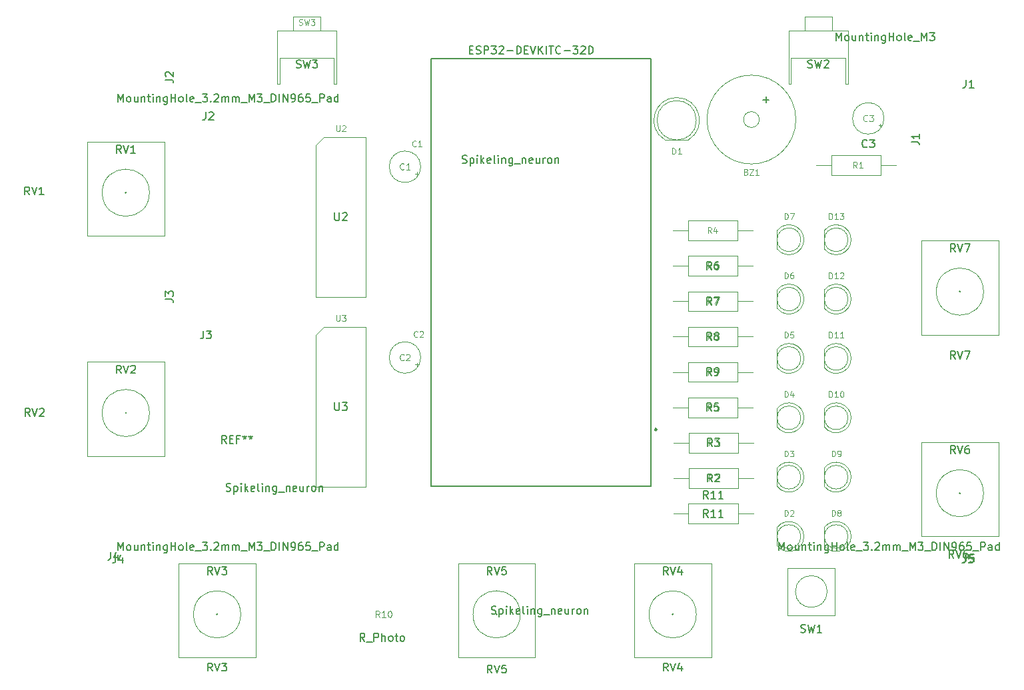
<source format=gbr>
%TF.GenerationSoftware,KiCad,Pcbnew,(6.0.4)*%
%TF.CreationDate,2023-12-09T23:36:49+01:00*%
%TF.ProjectId,Spikeling_V2.2c,5370696b-656c-4696-9e67-5f56322e3263,rev?*%
%TF.SameCoordinates,Original*%
%TF.FileFunction,AssemblyDrawing,Top*%
%FSLAX46Y46*%
G04 Gerber Fmt 4.6, Leading zero omitted, Abs format (unit mm)*
G04 Created by KiCad (PCBNEW (6.0.4)) date 2023-12-09 23:36:49*
%MOMM*%
%LPD*%
G01*
G04 APERTURE LIST*
%ADD10C,0.100000*%
%ADD11C,0.150000*%
%ADD12C,0.120000*%
%ADD13C,0.127000*%
%ADD14C,0.280000*%
G04 APERTURE END LIST*
D10*
%TO.C,D1*%
X176446428Y-65889285D02*
X176446428Y-65139285D01*
X176625000Y-65139285D01*
X176732142Y-65175000D01*
X176803571Y-65246428D01*
X176839285Y-65317857D01*
X176875000Y-65460714D01*
X176875000Y-65567857D01*
X176839285Y-65710714D01*
X176803571Y-65782142D01*
X176732142Y-65853571D01*
X176625000Y-65889285D01*
X176446428Y-65889285D01*
X177589285Y-65889285D02*
X177160714Y-65889285D01*
X177375000Y-65889285D02*
X177375000Y-65139285D01*
X177303571Y-65246428D01*
X177232142Y-65317857D01*
X177160714Y-65353571D01*
D11*
%TO.C,SW2*%
X193666666Y-54874761D02*
X193809523Y-54922380D01*
X194047619Y-54922380D01*
X194142857Y-54874761D01*
X194190476Y-54827142D01*
X194238095Y-54731904D01*
X194238095Y-54636666D01*
X194190476Y-54541428D01*
X194142857Y-54493809D01*
X194047619Y-54446190D01*
X193857142Y-54398571D01*
X193761904Y-54350952D01*
X193714285Y-54303333D01*
X193666666Y-54208095D01*
X193666666Y-54112857D01*
X193714285Y-54017619D01*
X193761904Y-53970000D01*
X193857142Y-53922380D01*
X194095238Y-53922380D01*
X194238095Y-53970000D01*
X194571428Y-53922380D02*
X194809523Y-54922380D01*
X195000000Y-54208095D01*
X195190476Y-54922380D01*
X195428571Y-53922380D01*
X195761904Y-54017619D02*
X195809523Y-53970000D01*
X195904761Y-53922380D01*
X196142857Y-53922380D01*
X196238095Y-53970000D01*
X196285714Y-54017619D01*
X196333333Y-54112857D01*
X196333333Y-54208095D01*
X196285714Y-54350952D01*
X195714285Y-54922380D01*
X196333333Y-54922380D01*
X193666666Y-54874761D02*
X193809523Y-54922380D01*
X194047619Y-54922380D01*
X194142857Y-54874761D01*
X194190476Y-54827142D01*
X194238095Y-54731904D01*
X194238095Y-54636666D01*
X194190476Y-54541428D01*
X194142857Y-54493809D01*
X194047619Y-54446190D01*
X193857142Y-54398571D01*
X193761904Y-54350952D01*
X193714285Y-54303333D01*
X193666666Y-54208095D01*
X193666666Y-54112857D01*
X193714285Y-54017619D01*
X193761904Y-53970000D01*
X193857142Y-53922380D01*
X194095238Y-53922380D01*
X194238095Y-53970000D01*
X194571428Y-53922380D02*
X194809523Y-54922380D01*
X195000000Y-54208095D01*
X195190476Y-54922380D01*
X195428571Y-53922380D01*
X195761904Y-54017619D02*
X195809523Y-53970000D01*
X195904761Y-53922380D01*
X196142857Y-53922380D01*
X196238095Y-53970000D01*
X196285714Y-54017619D01*
X196333333Y-54112857D01*
X196333333Y-54208095D01*
X196285714Y-54350952D01*
X195714285Y-54922380D01*
X196333333Y-54922380D01*
%TO.C, *%
X106023809Y-59252380D02*
X106023809Y-58252380D01*
X106357142Y-58966666D01*
X106690476Y-58252380D01*
X106690476Y-59252380D01*
X107309523Y-59252380D02*
X107214285Y-59204761D01*
X107166666Y-59157142D01*
X107119047Y-59061904D01*
X107119047Y-58776190D01*
X107166666Y-58680952D01*
X107214285Y-58633333D01*
X107309523Y-58585714D01*
X107452380Y-58585714D01*
X107547619Y-58633333D01*
X107595238Y-58680952D01*
X107642857Y-58776190D01*
X107642857Y-59061904D01*
X107595238Y-59157142D01*
X107547619Y-59204761D01*
X107452380Y-59252380D01*
X107309523Y-59252380D01*
X108500000Y-58585714D02*
X108500000Y-59252380D01*
X108071428Y-58585714D02*
X108071428Y-59109523D01*
X108119047Y-59204761D01*
X108214285Y-59252380D01*
X108357142Y-59252380D01*
X108452380Y-59204761D01*
X108500000Y-59157142D01*
X108976190Y-58585714D02*
X108976190Y-59252380D01*
X108976190Y-58680952D02*
X109023809Y-58633333D01*
X109119047Y-58585714D01*
X109261904Y-58585714D01*
X109357142Y-58633333D01*
X109404761Y-58728571D01*
X109404761Y-59252380D01*
X109738095Y-58585714D02*
X110119047Y-58585714D01*
X109880952Y-58252380D02*
X109880952Y-59109523D01*
X109928571Y-59204761D01*
X110023809Y-59252380D01*
X110119047Y-59252380D01*
X110452380Y-59252380D02*
X110452380Y-58585714D01*
X110452380Y-58252380D02*
X110404761Y-58300000D01*
X110452380Y-58347619D01*
X110500000Y-58300000D01*
X110452380Y-58252380D01*
X110452380Y-58347619D01*
X110928571Y-58585714D02*
X110928571Y-59252380D01*
X110928571Y-58680952D02*
X110976190Y-58633333D01*
X111071428Y-58585714D01*
X111214285Y-58585714D01*
X111309523Y-58633333D01*
X111357142Y-58728571D01*
X111357142Y-59252380D01*
X112261904Y-58585714D02*
X112261904Y-59395238D01*
X112214285Y-59490476D01*
X112166666Y-59538095D01*
X112071428Y-59585714D01*
X111928571Y-59585714D01*
X111833333Y-59538095D01*
X112261904Y-59204761D02*
X112166666Y-59252380D01*
X111976190Y-59252380D01*
X111880952Y-59204761D01*
X111833333Y-59157142D01*
X111785714Y-59061904D01*
X111785714Y-58776190D01*
X111833333Y-58680952D01*
X111880952Y-58633333D01*
X111976190Y-58585714D01*
X112166666Y-58585714D01*
X112261904Y-58633333D01*
X112738095Y-59252380D02*
X112738095Y-58252380D01*
X112738095Y-58728571D02*
X113309523Y-58728571D01*
X113309523Y-59252380D02*
X113309523Y-58252380D01*
X113928571Y-59252380D02*
X113833333Y-59204761D01*
X113785714Y-59157142D01*
X113738095Y-59061904D01*
X113738095Y-58776190D01*
X113785714Y-58680952D01*
X113833333Y-58633333D01*
X113928571Y-58585714D01*
X114071428Y-58585714D01*
X114166666Y-58633333D01*
X114214285Y-58680952D01*
X114261904Y-58776190D01*
X114261904Y-59061904D01*
X114214285Y-59157142D01*
X114166666Y-59204761D01*
X114071428Y-59252380D01*
X113928571Y-59252380D01*
X114833333Y-59252380D02*
X114738095Y-59204761D01*
X114690476Y-59109523D01*
X114690476Y-58252380D01*
X115595238Y-59204761D02*
X115500000Y-59252380D01*
X115309523Y-59252380D01*
X115214285Y-59204761D01*
X115166666Y-59109523D01*
X115166666Y-58728571D01*
X115214285Y-58633333D01*
X115309523Y-58585714D01*
X115500000Y-58585714D01*
X115595238Y-58633333D01*
X115642857Y-58728571D01*
X115642857Y-58823809D01*
X115166666Y-58919047D01*
X115833333Y-59347619D02*
X116595238Y-59347619D01*
X116738095Y-58252380D02*
X117357142Y-58252380D01*
X117023809Y-58633333D01*
X117166666Y-58633333D01*
X117261904Y-58680952D01*
X117309523Y-58728571D01*
X117357142Y-58823809D01*
X117357142Y-59061904D01*
X117309523Y-59157142D01*
X117261904Y-59204761D01*
X117166666Y-59252380D01*
X116880952Y-59252380D01*
X116785714Y-59204761D01*
X116738095Y-59157142D01*
X117785714Y-59157142D02*
X117833333Y-59204761D01*
X117785714Y-59252380D01*
X117738095Y-59204761D01*
X117785714Y-59157142D01*
X117785714Y-59252380D01*
X118214285Y-58347619D02*
X118261904Y-58300000D01*
X118357142Y-58252380D01*
X118595238Y-58252380D01*
X118690476Y-58300000D01*
X118738095Y-58347619D01*
X118785714Y-58442857D01*
X118785714Y-58538095D01*
X118738095Y-58680952D01*
X118166666Y-59252380D01*
X118785714Y-59252380D01*
X119214285Y-59252380D02*
X119214285Y-58585714D01*
X119214285Y-58680952D02*
X119261904Y-58633333D01*
X119357142Y-58585714D01*
X119500000Y-58585714D01*
X119595238Y-58633333D01*
X119642857Y-58728571D01*
X119642857Y-59252380D01*
X119642857Y-58728571D02*
X119690476Y-58633333D01*
X119785714Y-58585714D01*
X119928571Y-58585714D01*
X120023809Y-58633333D01*
X120071428Y-58728571D01*
X120071428Y-59252380D01*
X120547619Y-59252380D02*
X120547619Y-58585714D01*
X120547619Y-58680952D02*
X120595238Y-58633333D01*
X120690476Y-58585714D01*
X120833333Y-58585714D01*
X120928571Y-58633333D01*
X120976190Y-58728571D01*
X120976190Y-59252380D01*
X120976190Y-58728571D02*
X121023809Y-58633333D01*
X121119047Y-58585714D01*
X121261904Y-58585714D01*
X121357142Y-58633333D01*
X121404761Y-58728571D01*
X121404761Y-59252380D01*
X121642857Y-59347619D02*
X122404761Y-59347619D01*
X122642857Y-59252380D02*
X122642857Y-58252380D01*
X122976190Y-58966666D01*
X123309523Y-58252380D01*
X123309523Y-59252380D01*
X123690476Y-58252380D02*
X124309523Y-58252380D01*
X123976190Y-58633333D01*
X124119047Y-58633333D01*
X124214285Y-58680952D01*
X124261904Y-58728571D01*
X124309523Y-58823809D01*
X124309523Y-59061904D01*
X124261904Y-59157142D01*
X124214285Y-59204761D01*
X124119047Y-59252380D01*
X123833333Y-59252380D01*
X123738095Y-59204761D01*
X123690476Y-59157142D01*
X124500000Y-59347619D02*
X125261904Y-59347619D01*
X125500000Y-59252380D02*
X125500000Y-58252380D01*
X125738095Y-58252380D01*
X125880952Y-58300000D01*
X125976190Y-58395238D01*
X126023809Y-58490476D01*
X126071428Y-58680952D01*
X126071428Y-58823809D01*
X126023809Y-59014285D01*
X125976190Y-59109523D01*
X125880952Y-59204761D01*
X125738095Y-59252380D01*
X125500000Y-59252380D01*
X126500000Y-59252380D02*
X126500000Y-58252380D01*
X126976190Y-59252380D02*
X126976190Y-58252380D01*
X127547619Y-59252380D01*
X127547619Y-58252380D01*
X128071428Y-59252380D02*
X128261904Y-59252380D01*
X128357142Y-59204761D01*
X128404761Y-59157142D01*
X128500000Y-59014285D01*
X128547619Y-58823809D01*
X128547619Y-58442857D01*
X128500000Y-58347619D01*
X128452380Y-58300000D01*
X128357142Y-58252380D01*
X128166666Y-58252380D01*
X128071428Y-58300000D01*
X128023809Y-58347619D01*
X127976190Y-58442857D01*
X127976190Y-58680952D01*
X128023809Y-58776190D01*
X128071428Y-58823809D01*
X128166666Y-58871428D01*
X128357142Y-58871428D01*
X128452380Y-58823809D01*
X128500000Y-58776190D01*
X128547619Y-58680952D01*
X129404761Y-58252380D02*
X129214285Y-58252380D01*
X129119047Y-58300000D01*
X129071428Y-58347619D01*
X128976190Y-58490476D01*
X128928571Y-58680952D01*
X128928571Y-59061904D01*
X128976190Y-59157142D01*
X129023809Y-59204761D01*
X129119047Y-59252380D01*
X129309523Y-59252380D01*
X129404761Y-59204761D01*
X129452380Y-59157142D01*
X129500000Y-59061904D01*
X129500000Y-58823809D01*
X129452380Y-58728571D01*
X129404761Y-58680952D01*
X129309523Y-58633333D01*
X129119047Y-58633333D01*
X129023809Y-58680952D01*
X128976190Y-58728571D01*
X128928571Y-58823809D01*
X130404761Y-58252380D02*
X129928571Y-58252380D01*
X129880952Y-58728571D01*
X129928571Y-58680952D01*
X130023809Y-58633333D01*
X130261904Y-58633333D01*
X130357142Y-58680952D01*
X130404761Y-58728571D01*
X130452380Y-58823809D01*
X130452380Y-59061904D01*
X130404761Y-59157142D01*
X130357142Y-59204761D01*
X130261904Y-59252380D01*
X130023809Y-59252380D01*
X129928571Y-59204761D01*
X129880952Y-59157142D01*
X130642857Y-59347619D02*
X131404761Y-59347619D01*
X131642857Y-59252380D02*
X131642857Y-58252380D01*
X132023809Y-58252380D01*
X132119047Y-58300000D01*
X132166666Y-58347619D01*
X132214285Y-58442857D01*
X132214285Y-58585714D01*
X132166666Y-58680952D01*
X132119047Y-58728571D01*
X132023809Y-58776190D01*
X131642857Y-58776190D01*
X133071428Y-59252380D02*
X133071428Y-58728571D01*
X133023809Y-58633333D01*
X132928571Y-58585714D01*
X132738095Y-58585714D01*
X132642857Y-58633333D01*
X133071428Y-59204761D02*
X132976190Y-59252380D01*
X132738095Y-59252380D01*
X132642857Y-59204761D01*
X132595238Y-59109523D01*
X132595238Y-59014285D01*
X132642857Y-58919047D01*
X132738095Y-58871428D01*
X132976190Y-58871428D01*
X133071428Y-58823809D01*
X133976190Y-59252380D02*
X133976190Y-58252380D01*
X133976190Y-59204761D02*
X133880952Y-59252380D01*
X133690476Y-59252380D01*
X133595238Y-59204761D01*
X133547619Y-59157142D01*
X133499999Y-59061904D01*
X133499999Y-58776190D01*
X133547619Y-58680952D01*
X133595238Y-58633333D01*
X133690476Y-58585714D01*
X133880952Y-58585714D01*
X133976190Y-58633333D01*
D10*
%TO.C,D7*%
X190716428Y-74158285D02*
X190716428Y-73408285D01*
X190895000Y-73408285D01*
X191002142Y-73444000D01*
X191073571Y-73515428D01*
X191109285Y-73586857D01*
X191145000Y-73729714D01*
X191145000Y-73836857D01*
X191109285Y-73979714D01*
X191073571Y-74051142D01*
X191002142Y-74122571D01*
X190895000Y-74158285D01*
X190716428Y-74158285D01*
X191395000Y-73408285D02*
X191895000Y-73408285D01*
X191573571Y-74158285D01*
%TO.C,D2*%
X190716428Y-111883285D02*
X190716428Y-111133285D01*
X190895000Y-111133285D01*
X191002142Y-111169000D01*
X191073571Y-111240428D01*
X191109285Y-111311857D01*
X191145000Y-111454714D01*
X191145000Y-111561857D01*
X191109285Y-111704714D01*
X191073571Y-111776142D01*
X191002142Y-111847571D01*
X190895000Y-111883285D01*
X190716428Y-111883285D01*
X191430714Y-111204714D02*
X191466428Y-111169000D01*
X191537857Y-111133285D01*
X191716428Y-111133285D01*
X191787857Y-111169000D01*
X191823571Y-111204714D01*
X191859285Y-111276142D01*
X191859285Y-111347571D01*
X191823571Y-111454714D01*
X191395000Y-111883285D01*
X191859285Y-111883285D01*
%TO.C,R5*%
X181455000Y-98439285D02*
X181205000Y-98082142D01*
X181026428Y-98439285D02*
X181026428Y-97689285D01*
X181312142Y-97689285D01*
X181383571Y-97725000D01*
X181419285Y-97760714D01*
X181455000Y-97832142D01*
X181455000Y-97939285D01*
X181419285Y-98010714D01*
X181383571Y-98046428D01*
X181312142Y-98082142D01*
X181026428Y-98082142D01*
X182133571Y-97689285D02*
X181776428Y-97689285D01*
X181740714Y-98046428D01*
X181776428Y-98010714D01*
X181847857Y-97975000D01*
X182026428Y-97975000D01*
X182097857Y-98010714D01*
X182133571Y-98046428D01*
X182169285Y-98117857D01*
X182169285Y-98296428D01*
X182133571Y-98367857D01*
X182097857Y-98403571D01*
X182026428Y-98439285D01*
X181847857Y-98439285D01*
X181776428Y-98403571D01*
X181740714Y-98367857D01*
D11*
X181413333Y-98552380D02*
X181080000Y-98076190D01*
X180841904Y-98552380D02*
X180841904Y-97552380D01*
X181222857Y-97552380D01*
X181318095Y-97600000D01*
X181365714Y-97647619D01*
X181413333Y-97742857D01*
X181413333Y-97885714D01*
X181365714Y-97980952D01*
X181318095Y-98028571D01*
X181222857Y-98076190D01*
X180841904Y-98076190D01*
X182318095Y-97552380D02*
X181841904Y-97552380D01*
X181794285Y-98028571D01*
X181841904Y-97980952D01*
X181937142Y-97933333D01*
X182175238Y-97933333D01*
X182270476Y-97980952D01*
X182318095Y-98028571D01*
X182365714Y-98123809D01*
X182365714Y-98361904D01*
X182318095Y-98457142D01*
X182270476Y-98504761D01*
X182175238Y-98552380D01*
X181937142Y-98552380D01*
X181841904Y-98504761D01*
X181794285Y-98457142D01*
D10*
%TO.C,U3*%
X133738571Y-86384285D02*
X133738571Y-86991428D01*
X133774285Y-87062857D01*
X133810000Y-87098571D01*
X133881428Y-87134285D01*
X134024285Y-87134285D01*
X134095714Y-87098571D01*
X134131428Y-87062857D01*
X134167142Y-86991428D01*
X134167142Y-86384285D01*
X134452857Y-86384285D02*
X134917142Y-86384285D01*
X134667142Y-86670000D01*
X134774285Y-86670000D01*
X134845714Y-86705714D01*
X134881428Y-86741428D01*
X134917142Y-86812857D01*
X134917142Y-86991428D01*
X134881428Y-87062857D01*
X134845714Y-87098571D01*
X134774285Y-87134285D01*
X134560000Y-87134285D01*
X134488571Y-87098571D01*
X134452857Y-87062857D01*
D11*
X133548095Y-97467380D02*
X133548095Y-98276904D01*
X133595714Y-98372142D01*
X133643333Y-98419761D01*
X133738571Y-98467380D01*
X133929047Y-98467380D01*
X134024285Y-98419761D01*
X134071904Y-98372142D01*
X134119523Y-98276904D01*
X134119523Y-97467380D01*
X134500476Y-97467380D02*
X135119523Y-97467380D01*
X134786190Y-97848333D01*
X134929047Y-97848333D01*
X135024285Y-97895952D01*
X135071904Y-97943571D01*
X135119523Y-98038809D01*
X135119523Y-98276904D01*
X135071904Y-98372142D01*
X135024285Y-98419761D01*
X134929047Y-98467380D01*
X134643333Y-98467380D01*
X134548095Y-98419761D01*
X134500476Y-98372142D01*
%TO.C,RV6*%
X212204761Y-117252380D02*
X211871428Y-116776190D01*
X211633333Y-117252380D02*
X211633333Y-116252380D01*
X212014285Y-116252380D01*
X212109523Y-116300000D01*
X212157142Y-116347619D01*
X212204761Y-116442857D01*
X212204761Y-116585714D01*
X212157142Y-116680952D01*
X212109523Y-116728571D01*
X212014285Y-116776190D01*
X211633333Y-116776190D01*
X212490476Y-116252380D02*
X212823809Y-117252380D01*
X213157142Y-116252380D01*
X213919047Y-116252380D02*
X213728571Y-116252380D01*
X213633333Y-116300000D01*
X213585714Y-116347619D01*
X213490476Y-116490476D01*
X213442857Y-116680952D01*
X213442857Y-117061904D01*
X213490476Y-117157142D01*
X213538095Y-117204761D01*
X213633333Y-117252380D01*
X213823809Y-117252380D01*
X213919047Y-117204761D01*
X213966666Y-117157142D01*
X214014285Y-117061904D01*
X214014285Y-116823809D01*
X213966666Y-116728571D01*
X213919047Y-116680952D01*
X213823809Y-116633333D01*
X213633333Y-116633333D01*
X213538095Y-116680952D01*
X213490476Y-116728571D01*
X213442857Y-116823809D01*
X212404761Y-103952380D02*
X212071428Y-103476190D01*
X211833333Y-103952380D02*
X211833333Y-102952380D01*
X212214285Y-102952380D01*
X212309523Y-103000000D01*
X212357142Y-103047619D01*
X212404761Y-103142857D01*
X212404761Y-103285714D01*
X212357142Y-103380952D01*
X212309523Y-103428571D01*
X212214285Y-103476190D01*
X211833333Y-103476190D01*
X212690476Y-102952380D02*
X213023809Y-103952380D01*
X213357142Y-102952380D01*
X214119047Y-102952380D02*
X213928571Y-102952380D01*
X213833333Y-103000000D01*
X213785714Y-103047619D01*
X213690476Y-103190476D01*
X213642857Y-103380952D01*
X213642857Y-103761904D01*
X213690476Y-103857142D01*
X213738095Y-103904761D01*
X213833333Y-103952380D01*
X214023809Y-103952380D01*
X214119047Y-103904761D01*
X214166666Y-103857142D01*
X214214285Y-103761904D01*
X214214285Y-103523809D01*
X214166666Y-103428571D01*
X214119047Y-103380952D01*
X214023809Y-103333333D01*
X213833333Y-103333333D01*
X213738095Y-103380952D01*
X213690476Y-103428571D01*
X213642857Y-103523809D01*
%TO.C,RV4*%
X175904761Y-131602380D02*
X175571428Y-131126190D01*
X175333333Y-131602380D02*
X175333333Y-130602380D01*
X175714285Y-130602380D01*
X175809523Y-130650000D01*
X175857142Y-130697619D01*
X175904761Y-130792857D01*
X175904761Y-130935714D01*
X175857142Y-131030952D01*
X175809523Y-131078571D01*
X175714285Y-131126190D01*
X175333333Y-131126190D01*
X176190476Y-130602380D02*
X176523809Y-131602380D01*
X176857142Y-130602380D01*
X177619047Y-130935714D02*
X177619047Y-131602380D01*
X177380952Y-130554761D02*
X177142857Y-131269047D01*
X177761904Y-131269047D01*
X175904761Y-119352380D02*
X175571428Y-118876190D01*
X175333333Y-119352380D02*
X175333333Y-118352380D01*
X175714285Y-118352380D01*
X175809523Y-118400000D01*
X175857142Y-118447619D01*
X175904761Y-118542857D01*
X175904761Y-118685714D01*
X175857142Y-118780952D01*
X175809523Y-118828571D01*
X175714285Y-118876190D01*
X175333333Y-118876190D01*
X176190476Y-118352380D02*
X176523809Y-119352380D01*
X176857142Y-118352380D01*
X177619047Y-118685714D02*
X177619047Y-119352380D01*
X177380952Y-118304761D02*
X177142857Y-119019047D01*
X177761904Y-119019047D01*
%TO.C,.*%
X153457142Y-124304761D02*
X153600000Y-124352380D01*
X153838095Y-124352380D01*
X153933333Y-124304761D01*
X153980952Y-124257142D01*
X154028571Y-124161904D01*
X154028571Y-124066666D01*
X153980952Y-123971428D01*
X153933333Y-123923809D01*
X153838095Y-123876190D01*
X153647619Y-123828571D01*
X153552380Y-123780952D01*
X153504761Y-123733333D01*
X153457142Y-123638095D01*
X153457142Y-123542857D01*
X153504761Y-123447619D01*
X153552380Y-123400000D01*
X153647619Y-123352380D01*
X153885714Y-123352380D01*
X154028571Y-123400000D01*
X154457142Y-123685714D02*
X154457142Y-124685714D01*
X154457142Y-123733333D02*
X154552380Y-123685714D01*
X154742857Y-123685714D01*
X154838095Y-123733333D01*
X154885714Y-123780952D01*
X154933333Y-123876190D01*
X154933333Y-124161904D01*
X154885714Y-124257142D01*
X154838095Y-124304761D01*
X154742857Y-124352380D01*
X154552380Y-124352380D01*
X154457142Y-124304761D01*
X155361904Y-124352380D02*
X155361904Y-123685714D01*
X155361904Y-123352380D02*
X155314285Y-123400000D01*
X155361904Y-123447619D01*
X155409523Y-123400000D01*
X155361904Y-123352380D01*
X155361904Y-123447619D01*
X155838095Y-124352380D02*
X155838095Y-123352380D01*
X155933333Y-123971428D02*
X156219047Y-124352380D01*
X156219047Y-123685714D02*
X155838095Y-124066666D01*
X157028571Y-124304761D02*
X156933333Y-124352380D01*
X156742857Y-124352380D01*
X156647619Y-124304761D01*
X156600000Y-124209523D01*
X156600000Y-123828571D01*
X156647619Y-123733333D01*
X156742857Y-123685714D01*
X156933333Y-123685714D01*
X157028571Y-123733333D01*
X157076190Y-123828571D01*
X157076190Y-123923809D01*
X156600000Y-124019047D01*
X157647619Y-124352380D02*
X157552380Y-124304761D01*
X157504761Y-124209523D01*
X157504761Y-123352380D01*
X158028571Y-124352380D02*
X158028571Y-123685714D01*
X158028571Y-123352380D02*
X157980952Y-123400000D01*
X158028571Y-123447619D01*
X158076190Y-123400000D01*
X158028571Y-123352380D01*
X158028571Y-123447619D01*
X158504761Y-123685714D02*
X158504761Y-124352380D01*
X158504761Y-123780952D02*
X158552380Y-123733333D01*
X158647619Y-123685714D01*
X158790476Y-123685714D01*
X158885714Y-123733333D01*
X158933333Y-123828571D01*
X158933333Y-124352380D01*
X159838095Y-123685714D02*
X159838095Y-124495238D01*
X159790476Y-124590476D01*
X159742857Y-124638095D01*
X159647619Y-124685714D01*
X159504761Y-124685714D01*
X159409523Y-124638095D01*
X159838095Y-124304761D02*
X159742857Y-124352380D01*
X159552380Y-124352380D01*
X159457142Y-124304761D01*
X159409523Y-124257142D01*
X159361904Y-124161904D01*
X159361904Y-123876190D01*
X159409523Y-123780952D01*
X159457142Y-123733333D01*
X159552380Y-123685714D01*
X159742857Y-123685714D01*
X159838095Y-123733333D01*
X160076190Y-124447619D02*
X160838095Y-124447619D01*
X161076190Y-123685714D02*
X161076190Y-124352380D01*
X161076190Y-123780952D02*
X161123809Y-123733333D01*
X161219047Y-123685714D01*
X161361904Y-123685714D01*
X161457142Y-123733333D01*
X161504761Y-123828571D01*
X161504761Y-124352380D01*
X162361904Y-124304761D02*
X162266666Y-124352380D01*
X162076190Y-124352380D01*
X161980952Y-124304761D01*
X161933333Y-124209523D01*
X161933333Y-123828571D01*
X161980952Y-123733333D01*
X162076190Y-123685714D01*
X162266666Y-123685714D01*
X162361904Y-123733333D01*
X162409523Y-123828571D01*
X162409523Y-123923809D01*
X161933333Y-124019047D01*
X163266666Y-123685714D02*
X163266666Y-124352380D01*
X162838095Y-123685714D02*
X162838095Y-124209523D01*
X162885714Y-124304761D01*
X162980952Y-124352380D01*
X163123809Y-124352380D01*
X163219047Y-124304761D01*
X163266666Y-124257142D01*
X163742857Y-124352380D02*
X163742857Y-123685714D01*
X163742857Y-123876190D02*
X163790476Y-123780952D01*
X163838095Y-123733333D01*
X163933333Y-123685714D01*
X164028571Y-123685714D01*
X164504761Y-124352380D02*
X164409523Y-124304761D01*
X164361904Y-124257142D01*
X164314285Y-124161904D01*
X164314285Y-123876190D01*
X164361904Y-123780952D01*
X164409523Y-123733333D01*
X164504761Y-123685714D01*
X164647619Y-123685714D01*
X164742857Y-123733333D01*
X164790476Y-123780952D01*
X164838095Y-123876190D01*
X164838095Y-124161904D01*
X164790476Y-124257142D01*
X164742857Y-124304761D01*
X164647619Y-124352380D01*
X164504761Y-124352380D01*
X165266666Y-123685714D02*
X165266666Y-124352380D01*
X165266666Y-123780952D02*
X165314285Y-123733333D01*
X165409523Y-123685714D01*
X165552380Y-123685714D01*
X165647619Y-123733333D01*
X165695238Y-123828571D01*
X165695238Y-124352380D01*
%TO.C,J2*%
X117149166Y-60552380D02*
X117149166Y-61266666D01*
X117101547Y-61409523D01*
X117006309Y-61504761D01*
X116863452Y-61552380D01*
X116768214Y-61552380D01*
X117577738Y-60647619D02*
X117625357Y-60600000D01*
X117720595Y-60552380D01*
X117958690Y-60552380D01*
X118053928Y-60600000D01*
X118101547Y-60647619D01*
X118149166Y-60742857D01*
X118149166Y-60838095D01*
X118101547Y-60980952D01*
X117530119Y-61552380D01*
X118149166Y-61552380D01*
X112034880Y-56433333D02*
X112749166Y-56433333D01*
X112892023Y-56480952D01*
X112987261Y-56576190D01*
X113034880Y-56719047D01*
X113034880Y-56814285D01*
X112130119Y-56004761D02*
X112082500Y-55957142D01*
X112034880Y-55861904D01*
X112034880Y-55623809D01*
X112082500Y-55528571D01*
X112130119Y-55480952D01*
X112225357Y-55433333D01*
X112320595Y-55433333D01*
X112463452Y-55480952D01*
X113034880Y-56052380D01*
X113034880Y-55433333D01*
%TO.C,J1*%
X213766666Y-56452380D02*
X213766666Y-57166666D01*
X213719047Y-57309523D01*
X213623809Y-57404761D01*
X213480952Y-57452380D01*
X213385714Y-57452380D01*
X214766666Y-57452380D02*
X214195238Y-57452380D01*
X214480952Y-57452380D02*
X214480952Y-56452380D01*
X214385714Y-56595238D01*
X214290476Y-56690476D01*
X214195238Y-56738095D01*
X206852380Y-64333333D02*
X207566666Y-64333333D01*
X207709523Y-64380952D01*
X207804761Y-64476190D01*
X207852380Y-64619047D01*
X207852380Y-64714285D01*
X207852380Y-63333333D02*
X207852380Y-63904761D01*
X207852380Y-63619047D02*
X206852380Y-63619047D01*
X206995238Y-63714285D01*
X207090476Y-63809523D01*
X207138095Y-63904761D01*
%TO.C,RV1*%
X94754761Y-71052380D02*
X94421428Y-70576190D01*
X94183333Y-71052380D02*
X94183333Y-70052380D01*
X94564285Y-70052380D01*
X94659523Y-70100000D01*
X94707142Y-70147619D01*
X94754761Y-70242857D01*
X94754761Y-70385714D01*
X94707142Y-70480952D01*
X94659523Y-70528571D01*
X94564285Y-70576190D01*
X94183333Y-70576190D01*
X95040476Y-70052380D02*
X95373809Y-71052380D01*
X95707142Y-70052380D01*
X96564285Y-71052380D02*
X95992857Y-71052380D01*
X96278571Y-71052380D02*
X96278571Y-70052380D01*
X96183333Y-70195238D01*
X96088095Y-70290476D01*
X95992857Y-70338095D01*
X106404761Y-65752380D02*
X106071428Y-65276190D01*
X105833333Y-65752380D02*
X105833333Y-64752380D01*
X106214285Y-64752380D01*
X106309523Y-64800000D01*
X106357142Y-64847619D01*
X106404761Y-64942857D01*
X106404761Y-65085714D01*
X106357142Y-65180952D01*
X106309523Y-65228571D01*
X106214285Y-65276190D01*
X105833333Y-65276190D01*
X106690476Y-64752380D02*
X107023809Y-65752380D01*
X107357142Y-64752380D01*
X108214285Y-65752380D02*
X107642857Y-65752380D01*
X107928571Y-65752380D02*
X107928571Y-64752380D01*
X107833333Y-64895238D01*
X107738095Y-64990476D01*
X107642857Y-65038095D01*
%TO.C,REF\u002A\u002A*%
X119766666Y-102652380D02*
X119433333Y-102176190D01*
X119195238Y-102652380D02*
X119195238Y-101652380D01*
X119576190Y-101652380D01*
X119671428Y-101700000D01*
X119719047Y-101747619D01*
X119766666Y-101842857D01*
X119766666Y-101985714D01*
X119719047Y-102080952D01*
X119671428Y-102128571D01*
X119576190Y-102176190D01*
X119195238Y-102176190D01*
X120195238Y-102128571D02*
X120528571Y-102128571D01*
X120671428Y-102652380D02*
X120195238Y-102652380D01*
X120195238Y-101652380D01*
X120671428Y-101652380D01*
X121433333Y-102128571D02*
X121100000Y-102128571D01*
X121100000Y-102652380D02*
X121100000Y-101652380D01*
X121576190Y-101652380D01*
X122100000Y-101652380D02*
X122100000Y-101890476D01*
X121861904Y-101795238D02*
X122100000Y-101890476D01*
X122338095Y-101795238D01*
X121957142Y-102080952D02*
X122100000Y-101890476D01*
X122242857Y-102080952D01*
X122861904Y-101652380D02*
X122861904Y-101890476D01*
X122623809Y-101795238D02*
X122861904Y-101890476D01*
X123100000Y-101795238D01*
X122719047Y-102080952D02*
X122861904Y-101890476D01*
X123004761Y-102080952D01*
X119757142Y-108704761D02*
X119900000Y-108752380D01*
X120138095Y-108752380D01*
X120233333Y-108704761D01*
X120280952Y-108657142D01*
X120328571Y-108561904D01*
X120328571Y-108466666D01*
X120280952Y-108371428D01*
X120233333Y-108323809D01*
X120138095Y-108276190D01*
X119947619Y-108228571D01*
X119852380Y-108180952D01*
X119804761Y-108133333D01*
X119757142Y-108038095D01*
X119757142Y-107942857D01*
X119804761Y-107847619D01*
X119852380Y-107800000D01*
X119947619Y-107752380D01*
X120185714Y-107752380D01*
X120328571Y-107800000D01*
X120757142Y-108085714D02*
X120757142Y-109085714D01*
X120757142Y-108133333D02*
X120852380Y-108085714D01*
X121042857Y-108085714D01*
X121138095Y-108133333D01*
X121185714Y-108180952D01*
X121233333Y-108276190D01*
X121233333Y-108561904D01*
X121185714Y-108657142D01*
X121138095Y-108704761D01*
X121042857Y-108752380D01*
X120852380Y-108752380D01*
X120757142Y-108704761D01*
X121661904Y-108752380D02*
X121661904Y-108085714D01*
X121661904Y-107752380D02*
X121614285Y-107800000D01*
X121661904Y-107847619D01*
X121709523Y-107800000D01*
X121661904Y-107752380D01*
X121661904Y-107847619D01*
X122138095Y-108752380D02*
X122138095Y-107752380D01*
X122233333Y-108371428D02*
X122519047Y-108752380D01*
X122519047Y-108085714D02*
X122138095Y-108466666D01*
X123328571Y-108704761D02*
X123233333Y-108752380D01*
X123042857Y-108752380D01*
X122947619Y-108704761D01*
X122900000Y-108609523D01*
X122900000Y-108228571D01*
X122947619Y-108133333D01*
X123042857Y-108085714D01*
X123233333Y-108085714D01*
X123328571Y-108133333D01*
X123376190Y-108228571D01*
X123376190Y-108323809D01*
X122900000Y-108419047D01*
X123947619Y-108752380D02*
X123852380Y-108704761D01*
X123804761Y-108609523D01*
X123804761Y-107752380D01*
X124328571Y-108752380D02*
X124328571Y-108085714D01*
X124328571Y-107752380D02*
X124280952Y-107800000D01*
X124328571Y-107847619D01*
X124376190Y-107800000D01*
X124328571Y-107752380D01*
X124328571Y-107847619D01*
X124804761Y-108085714D02*
X124804761Y-108752380D01*
X124804761Y-108180952D02*
X124852380Y-108133333D01*
X124947619Y-108085714D01*
X125090476Y-108085714D01*
X125185714Y-108133333D01*
X125233333Y-108228571D01*
X125233333Y-108752380D01*
X126138095Y-108085714D02*
X126138095Y-108895238D01*
X126090476Y-108990476D01*
X126042857Y-109038095D01*
X125947619Y-109085714D01*
X125804761Y-109085714D01*
X125709523Y-109038095D01*
X126138095Y-108704761D02*
X126042857Y-108752380D01*
X125852380Y-108752380D01*
X125757142Y-108704761D01*
X125709523Y-108657142D01*
X125661904Y-108561904D01*
X125661904Y-108276190D01*
X125709523Y-108180952D01*
X125757142Y-108133333D01*
X125852380Y-108085714D01*
X126042857Y-108085714D01*
X126138095Y-108133333D01*
X126376190Y-108847619D02*
X127138095Y-108847619D01*
X127376190Y-108085714D02*
X127376190Y-108752380D01*
X127376190Y-108180952D02*
X127423809Y-108133333D01*
X127519047Y-108085714D01*
X127661904Y-108085714D01*
X127757142Y-108133333D01*
X127804761Y-108228571D01*
X127804761Y-108752380D01*
X128661904Y-108704761D02*
X128566666Y-108752380D01*
X128376190Y-108752380D01*
X128280952Y-108704761D01*
X128233333Y-108609523D01*
X128233333Y-108228571D01*
X128280952Y-108133333D01*
X128376190Y-108085714D01*
X128566666Y-108085714D01*
X128661904Y-108133333D01*
X128709523Y-108228571D01*
X128709523Y-108323809D01*
X128233333Y-108419047D01*
X129566666Y-108085714D02*
X129566666Y-108752380D01*
X129138095Y-108085714D02*
X129138095Y-108609523D01*
X129185714Y-108704761D01*
X129280952Y-108752380D01*
X129423809Y-108752380D01*
X129519047Y-108704761D01*
X129566666Y-108657142D01*
X130042857Y-108752380D02*
X130042857Y-108085714D01*
X130042857Y-108276190D02*
X130090476Y-108180952D01*
X130138095Y-108133333D01*
X130233333Y-108085714D01*
X130328571Y-108085714D01*
X130804761Y-108752380D02*
X130709523Y-108704761D01*
X130661904Y-108657142D01*
X130614285Y-108561904D01*
X130614285Y-108276190D01*
X130661904Y-108180952D01*
X130709523Y-108133333D01*
X130804761Y-108085714D01*
X130947619Y-108085714D01*
X131042857Y-108133333D01*
X131090476Y-108180952D01*
X131138095Y-108276190D01*
X131138095Y-108561904D01*
X131090476Y-108657142D01*
X131042857Y-108704761D01*
X130947619Y-108752380D01*
X130804761Y-108752380D01*
X131566666Y-108085714D02*
X131566666Y-108752380D01*
X131566666Y-108180952D02*
X131614285Y-108133333D01*
X131709523Y-108085714D01*
X131852380Y-108085714D01*
X131947619Y-108133333D01*
X131995238Y-108228571D01*
X131995238Y-108752380D01*
D10*
%TO.C,D4*%
X190716428Y-96793285D02*
X190716428Y-96043285D01*
X190895000Y-96043285D01*
X191002142Y-96079000D01*
X191073571Y-96150428D01*
X191109285Y-96221857D01*
X191145000Y-96364714D01*
X191145000Y-96471857D01*
X191109285Y-96614714D01*
X191073571Y-96686142D01*
X191002142Y-96757571D01*
X190895000Y-96793285D01*
X190716428Y-96793285D01*
X191787857Y-96293285D02*
X191787857Y-96793285D01*
X191609285Y-96007571D02*
X191430714Y-96543285D01*
X191895000Y-96543285D01*
D11*
%TO.C,RV3*%
X118004761Y-131602380D02*
X117671428Y-131126190D01*
X117433333Y-131602380D02*
X117433333Y-130602380D01*
X117814285Y-130602380D01*
X117909523Y-130650000D01*
X117957142Y-130697619D01*
X118004761Y-130792857D01*
X118004761Y-130935714D01*
X117957142Y-131030952D01*
X117909523Y-131078571D01*
X117814285Y-131126190D01*
X117433333Y-131126190D01*
X118290476Y-130602380D02*
X118623809Y-131602380D01*
X118957142Y-130602380D01*
X119195238Y-130602380D02*
X119814285Y-130602380D01*
X119480952Y-130983333D01*
X119623809Y-130983333D01*
X119719047Y-131030952D01*
X119766666Y-131078571D01*
X119814285Y-131173809D01*
X119814285Y-131411904D01*
X119766666Y-131507142D01*
X119719047Y-131554761D01*
X119623809Y-131602380D01*
X119338095Y-131602380D01*
X119242857Y-131554761D01*
X119195238Y-131507142D01*
X118004761Y-119352380D02*
X117671428Y-118876190D01*
X117433333Y-119352380D02*
X117433333Y-118352380D01*
X117814285Y-118352380D01*
X117909523Y-118400000D01*
X117957142Y-118447619D01*
X118004761Y-118542857D01*
X118004761Y-118685714D01*
X117957142Y-118780952D01*
X117909523Y-118828571D01*
X117814285Y-118876190D01*
X117433333Y-118876190D01*
X118290476Y-118352380D02*
X118623809Y-119352380D01*
X118957142Y-118352380D01*
X119195238Y-118352380D02*
X119814285Y-118352380D01*
X119480952Y-118733333D01*
X119623809Y-118733333D01*
X119719047Y-118780952D01*
X119766666Y-118828571D01*
X119814285Y-118923809D01*
X119814285Y-119161904D01*
X119766666Y-119257142D01*
X119719047Y-119304761D01*
X119623809Y-119352380D01*
X119338095Y-119352380D01*
X119242857Y-119304761D01*
X119195238Y-119257142D01*
D10*
%TO.C,R3*%
X181555000Y-102939285D02*
X181305000Y-102582142D01*
X181126428Y-102939285D02*
X181126428Y-102189285D01*
X181412142Y-102189285D01*
X181483571Y-102225000D01*
X181519285Y-102260714D01*
X181555000Y-102332142D01*
X181555000Y-102439285D01*
X181519285Y-102510714D01*
X181483571Y-102546428D01*
X181412142Y-102582142D01*
X181126428Y-102582142D01*
X181805000Y-102189285D02*
X182269285Y-102189285D01*
X182019285Y-102475000D01*
X182126428Y-102475000D01*
X182197857Y-102510714D01*
X182233571Y-102546428D01*
X182269285Y-102617857D01*
X182269285Y-102796428D01*
X182233571Y-102867857D01*
X182197857Y-102903571D01*
X182126428Y-102939285D01*
X181912142Y-102939285D01*
X181840714Y-102903571D01*
X181805000Y-102867857D01*
D11*
X181513333Y-103052380D02*
X181180000Y-102576190D01*
X180941904Y-103052380D02*
X180941904Y-102052380D01*
X181322857Y-102052380D01*
X181418095Y-102100000D01*
X181465714Y-102147619D01*
X181513333Y-102242857D01*
X181513333Y-102385714D01*
X181465714Y-102480952D01*
X181418095Y-102528571D01*
X181322857Y-102576190D01*
X180941904Y-102576190D01*
X181846666Y-102052380D02*
X182465714Y-102052380D01*
X182132380Y-102433333D01*
X182275238Y-102433333D01*
X182370476Y-102480952D01*
X182418095Y-102528571D01*
X182465714Y-102623809D01*
X182465714Y-102861904D01*
X182418095Y-102957142D01*
X182370476Y-103004761D01*
X182275238Y-103052380D01*
X181989523Y-103052380D01*
X181894285Y-103004761D01*
X181846666Y-102957142D01*
%TO.C, *%
X197285714Y-51452380D02*
X197285714Y-50452380D01*
X197619047Y-51166666D01*
X197952380Y-50452380D01*
X197952380Y-51452380D01*
X198571428Y-51452380D02*
X198476190Y-51404761D01*
X198428571Y-51357142D01*
X198380952Y-51261904D01*
X198380952Y-50976190D01*
X198428571Y-50880952D01*
X198476190Y-50833333D01*
X198571428Y-50785714D01*
X198714285Y-50785714D01*
X198809523Y-50833333D01*
X198857142Y-50880952D01*
X198904761Y-50976190D01*
X198904761Y-51261904D01*
X198857142Y-51357142D01*
X198809523Y-51404761D01*
X198714285Y-51452380D01*
X198571428Y-51452380D01*
X199761904Y-50785714D02*
X199761904Y-51452380D01*
X199333333Y-50785714D02*
X199333333Y-51309523D01*
X199380952Y-51404761D01*
X199476190Y-51452380D01*
X199619047Y-51452380D01*
X199714285Y-51404761D01*
X199761904Y-51357142D01*
X200238095Y-50785714D02*
X200238095Y-51452380D01*
X200238095Y-50880952D02*
X200285714Y-50833333D01*
X200380952Y-50785714D01*
X200523809Y-50785714D01*
X200619047Y-50833333D01*
X200666666Y-50928571D01*
X200666666Y-51452380D01*
X201000000Y-50785714D02*
X201380952Y-50785714D01*
X201142857Y-50452380D02*
X201142857Y-51309523D01*
X201190476Y-51404761D01*
X201285714Y-51452380D01*
X201380952Y-51452380D01*
X201714285Y-51452380D02*
X201714285Y-50785714D01*
X201714285Y-50452380D02*
X201666666Y-50500000D01*
X201714285Y-50547619D01*
X201761904Y-50500000D01*
X201714285Y-50452380D01*
X201714285Y-50547619D01*
X202190476Y-50785714D02*
X202190476Y-51452380D01*
X202190476Y-50880952D02*
X202238095Y-50833333D01*
X202333333Y-50785714D01*
X202476190Y-50785714D01*
X202571428Y-50833333D01*
X202619047Y-50928571D01*
X202619047Y-51452380D01*
X203523809Y-50785714D02*
X203523809Y-51595238D01*
X203476190Y-51690476D01*
X203428571Y-51738095D01*
X203333333Y-51785714D01*
X203190476Y-51785714D01*
X203095238Y-51738095D01*
X203523809Y-51404761D02*
X203428571Y-51452380D01*
X203238095Y-51452380D01*
X203142857Y-51404761D01*
X203095238Y-51357142D01*
X203047619Y-51261904D01*
X203047619Y-50976190D01*
X203095238Y-50880952D01*
X203142857Y-50833333D01*
X203238095Y-50785714D01*
X203428571Y-50785714D01*
X203523809Y-50833333D01*
X204000000Y-51452380D02*
X204000000Y-50452380D01*
X204000000Y-50928571D02*
X204571428Y-50928571D01*
X204571428Y-51452380D02*
X204571428Y-50452380D01*
X205190476Y-51452380D02*
X205095238Y-51404761D01*
X205047619Y-51357142D01*
X205000000Y-51261904D01*
X205000000Y-50976190D01*
X205047619Y-50880952D01*
X205095238Y-50833333D01*
X205190476Y-50785714D01*
X205333333Y-50785714D01*
X205428571Y-50833333D01*
X205476190Y-50880952D01*
X205523809Y-50976190D01*
X205523809Y-51261904D01*
X205476190Y-51357142D01*
X205428571Y-51404761D01*
X205333333Y-51452380D01*
X205190476Y-51452380D01*
X206095238Y-51452380D02*
X206000000Y-51404761D01*
X205952380Y-51309523D01*
X205952380Y-50452380D01*
X206857142Y-51404761D02*
X206761904Y-51452380D01*
X206571428Y-51452380D01*
X206476190Y-51404761D01*
X206428571Y-51309523D01*
X206428571Y-50928571D01*
X206476190Y-50833333D01*
X206571428Y-50785714D01*
X206761904Y-50785714D01*
X206857142Y-50833333D01*
X206904761Y-50928571D01*
X206904761Y-51023809D01*
X206428571Y-51119047D01*
X207095238Y-51547619D02*
X207857142Y-51547619D01*
X208095238Y-51452380D02*
X208095238Y-50452380D01*
X208428571Y-51166666D01*
X208761904Y-50452380D01*
X208761904Y-51452380D01*
X209142857Y-50452380D02*
X209761904Y-50452380D01*
X209428571Y-50833333D01*
X209571428Y-50833333D01*
X209666666Y-50880952D01*
X209714285Y-50928571D01*
X209761904Y-51023809D01*
X209761904Y-51261904D01*
X209714285Y-51357142D01*
X209666666Y-51404761D01*
X209571428Y-51452380D01*
X209285714Y-51452380D01*
X209190476Y-51404761D01*
X209142857Y-51357142D01*
D10*
%TO.C,U2*%
X133738571Y-62259285D02*
X133738571Y-62866428D01*
X133774285Y-62937857D01*
X133810000Y-62973571D01*
X133881428Y-63009285D01*
X134024285Y-63009285D01*
X134095714Y-62973571D01*
X134131428Y-62937857D01*
X134167142Y-62866428D01*
X134167142Y-62259285D01*
X134488571Y-62330714D02*
X134524285Y-62295000D01*
X134595714Y-62259285D01*
X134774285Y-62259285D01*
X134845714Y-62295000D01*
X134881428Y-62330714D01*
X134917142Y-62402142D01*
X134917142Y-62473571D01*
X134881428Y-62580714D01*
X134452857Y-63009285D01*
X134917142Y-63009285D01*
D11*
X133548095Y-73342380D02*
X133548095Y-74151904D01*
X133595714Y-74247142D01*
X133643333Y-74294761D01*
X133738571Y-74342380D01*
X133929047Y-74342380D01*
X134024285Y-74294761D01*
X134071904Y-74247142D01*
X134119523Y-74151904D01*
X134119523Y-73342380D01*
X134548095Y-73437619D02*
X134595714Y-73390000D01*
X134690952Y-73342380D01*
X134929047Y-73342380D01*
X135024285Y-73390000D01*
X135071904Y-73437619D01*
X135119523Y-73532857D01*
X135119523Y-73628095D01*
X135071904Y-73770952D01*
X134500476Y-74342380D01*
X135119523Y-74342380D01*
D10*
%TO.C,C2*%
X144075000Y-89067857D02*
X144039285Y-89103571D01*
X143932142Y-89139285D01*
X143860714Y-89139285D01*
X143753571Y-89103571D01*
X143682142Y-89032142D01*
X143646428Y-88960714D01*
X143610714Y-88817857D01*
X143610714Y-88710714D01*
X143646428Y-88567857D01*
X143682142Y-88496428D01*
X143753571Y-88425000D01*
X143860714Y-88389285D01*
X143932142Y-88389285D01*
X144039285Y-88425000D01*
X144075000Y-88460714D01*
X144360714Y-88460714D02*
X144396428Y-88425000D01*
X144467857Y-88389285D01*
X144646428Y-88389285D01*
X144717857Y-88425000D01*
X144753571Y-88460714D01*
X144789285Y-88532142D01*
X144789285Y-88603571D01*
X144753571Y-88710714D01*
X144325000Y-89139285D01*
X144789285Y-89139285D01*
D12*
X142339266Y-92035714D02*
X142301171Y-92073809D01*
X142186885Y-92111904D01*
X142110695Y-92111904D01*
X141996409Y-92073809D01*
X141920219Y-91997619D01*
X141882123Y-91921428D01*
X141844028Y-91769047D01*
X141844028Y-91654761D01*
X141882123Y-91502380D01*
X141920219Y-91426190D01*
X141996409Y-91350000D01*
X142110695Y-91311904D01*
X142186885Y-91311904D01*
X142301171Y-91350000D01*
X142339266Y-91388095D01*
X142644028Y-91388095D02*
X142682123Y-91350000D01*
X142758314Y-91311904D01*
X142948790Y-91311904D01*
X143024980Y-91350000D01*
X143063076Y-91388095D01*
X143101171Y-91464285D01*
X143101171Y-91540476D01*
X143063076Y-91654761D01*
X142605933Y-92111904D01*
X143101171Y-92111904D01*
D11*
%TO.C,J5*%
X213816666Y-116752380D02*
X213816666Y-117466666D01*
X213769047Y-117609523D01*
X213673809Y-117704761D01*
X213530952Y-117752380D01*
X213435714Y-117752380D01*
X214769047Y-116752380D02*
X214292857Y-116752380D01*
X214245238Y-117228571D01*
X214292857Y-117180952D01*
X214388095Y-117133333D01*
X214626190Y-117133333D01*
X214721428Y-117180952D01*
X214769047Y-117228571D01*
X214816666Y-117323809D01*
X214816666Y-117561904D01*
X214769047Y-117657142D01*
X214721428Y-117704761D01*
X214626190Y-117752380D01*
X214388095Y-117752380D01*
X214292857Y-117704761D01*
X214245238Y-117657142D01*
X213666666Y-116869880D02*
X213666666Y-117584166D01*
X213619047Y-117727023D01*
X213523809Y-117822261D01*
X213380952Y-117869880D01*
X213285714Y-117869880D01*
X214619047Y-116869880D02*
X214142857Y-116869880D01*
X214095238Y-117346071D01*
X214142857Y-117298452D01*
X214238095Y-117250833D01*
X214476190Y-117250833D01*
X214571428Y-117298452D01*
X214619047Y-117346071D01*
X214666666Y-117441309D01*
X214666666Y-117679404D01*
X214619047Y-117774642D01*
X214571428Y-117822261D01*
X214476190Y-117869880D01*
X214238095Y-117869880D01*
X214142857Y-117822261D01*
X214095238Y-117774642D01*
D10*
%TO.C,SW3*%
X129000000Y-49453571D02*
X129107142Y-49489285D01*
X129285714Y-49489285D01*
X129357142Y-49453571D01*
X129392857Y-49417857D01*
X129428571Y-49346428D01*
X129428571Y-49275000D01*
X129392857Y-49203571D01*
X129357142Y-49167857D01*
X129285714Y-49132142D01*
X129142857Y-49096428D01*
X129071428Y-49060714D01*
X129035714Y-49025000D01*
X129000000Y-48953571D01*
X129000000Y-48882142D01*
X129035714Y-48810714D01*
X129071428Y-48775000D01*
X129142857Y-48739285D01*
X129321428Y-48739285D01*
X129428571Y-48775000D01*
X129678571Y-48739285D02*
X129857142Y-49489285D01*
X130000000Y-48953571D01*
X130142857Y-49489285D01*
X130321428Y-48739285D01*
X130535714Y-48739285D02*
X131000000Y-48739285D01*
X130750000Y-49025000D01*
X130857142Y-49025000D01*
X130928571Y-49060714D01*
X130964285Y-49096428D01*
X131000000Y-49167857D01*
X131000000Y-49346428D01*
X130964285Y-49417857D01*
X130928571Y-49453571D01*
X130857142Y-49489285D01*
X130642857Y-49489285D01*
X130571428Y-49453571D01*
X130535714Y-49417857D01*
D11*
X128666666Y-54874761D02*
X128809523Y-54922380D01*
X129047619Y-54922380D01*
X129142857Y-54874761D01*
X129190476Y-54827142D01*
X129238095Y-54731904D01*
X129238095Y-54636666D01*
X129190476Y-54541428D01*
X129142857Y-54493809D01*
X129047619Y-54446190D01*
X128857142Y-54398571D01*
X128761904Y-54350952D01*
X128714285Y-54303333D01*
X128666666Y-54208095D01*
X128666666Y-54112857D01*
X128714285Y-54017619D01*
X128761904Y-53970000D01*
X128857142Y-53922380D01*
X129095238Y-53922380D01*
X129238095Y-53970000D01*
X129571428Y-53922380D02*
X129809523Y-54922380D01*
X130000000Y-54208095D01*
X130190476Y-54922380D01*
X130428571Y-53922380D01*
X130714285Y-53922380D02*
X131333333Y-53922380D01*
X131000000Y-54303333D01*
X131142857Y-54303333D01*
X131238095Y-54350952D01*
X131285714Y-54398571D01*
X131333333Y-54493809D01*
X131333333Y-54731904D01*
X131285714Y-54827142D01*
X131238095Y-54874761D01*
X131142857Y-54922380D01*
X130857142Y-54922380D01*
X130761904Y-54874761D01*
X130714285Y-54827142D01*
D10*
%TO.C,D11*%
X196359285Y-89248285D02*
X196359285Y-88498285D01*
X196537857Y-88498285D01*
X196645000Y-88534000D01*
X196716428Y-88605428D01*
X196752142Y-88676857D01*
X196787857Y-88819714D01*
X196787857Y-88926857D01*
X196752142Y-89069714D01*
X196716428Y-89141142D01*
X196645000Y-89212571D01*
X196537857Y-89248285D01*
X196359285Y-89248285D01*
X197502142Y-89248285D02*
X197073571Y-89248285D01*
X197287857Y-89248285D02*
X197287857Y-88498285D01*
X197216428Y-88605428D01*
X197145000Y-88676857D01*
X197073571Y-88712571D01*
X198216428Y-89248285D02*
X197787857Y-89248285D01*
X198002142Y-89248285D02*
X198002142Y-88498285D01*
X197930714Y-88605428D01*
X197859285Y-88676857D01*
X197787857Y-88712571D01*
%TO.C,D9*%
X196716428Y-104338285D02*
X196716428Y-103588285D01*
X196895000Y-103588285D01*
X197002142Y-103624000D01*
X197073571Y-103695428D01*
X197109285Y-103766857D01*
X197145000Y-103909714D01*
X197145000Y-104016857D01*
X197109285Y-104159714D01*
X197073571Y-104231142D01*
X197002142Y-104302571D01*
X196895000Y-104338285D01*
X196716428Y-104338285D01*
X197502142Y-104338285D02*
X197645000Y-104338285D01*
X197716428Y-104302571D01*
X197752142Y-104266857D01*
X197823571Y-104159714D01*
X197859285Y-104016857D01*
X197859285Y-103731142D01*
X197823571Y-103659714D01*
X197787857Y-103624000D01*
X197716428Y-103588285D01*
X197573571Y-103588285D01*
X197502142Y-103624000D01*
X197466428Y-103659714D01*
X197430714Y-103731142D01*
X197430714Y-103909714D01*
X197466428Y-103981142D01*
X197502142Y-104016857D01*
X197573571Y-104052571D01*
X197716428Y-104052571D01*
X197787857Y-104016857D01*
X197823571Y-103981142D01*
X197859285Y-103909714D01*
%TO.C,C1*%
X143875000Y-64867857D02*
X143839285Y-64903571D01*
X143732142Y-64939285D01*
X143660714Y-64939285D01*
X143553571Y-64903571D01*
X143482142Y-64832142D01*
X143446428Y-64760714D01*
X143410714Y-64617857D01*
X143410714Y-64510714D01*
X143446428Y-64367857D01*
X143482142Y-64296428D01*
X143553571Y-64225000D01*
X143660714Y-64189285D01*
X143732142Y-64189285D01*
X143839285Y-64225000D01*
X143875000Y-64260714D01*
X144589285Y-64939285D02*
X144160714Y-64939285D01*
X144375000Y-64939285D02*
X144375000Y-64189285D01*
X144303571Y-64296428D01*
X144232142Y-64367857D01*
X144160714Y-64403571D01*
D12*
X142339266Y-67785714D02*
X142301171Y-67823809D01*
X142186885Y-67861904D01*
X142110695Y-67861904D01*
X141996409Y-67823809D01*
X141920219Y-67747619D01*
X141882123Y-67671428D01*
X141844028Y-67519047D01*
X141844028Y-67404761D01*
X141882123Y-67252380D01*
X141920219Y-67176190D01*
X141996409Y-67100000D01*
X142110695Y-67061904D01*
X142186885Y-67061904D01*
X142301171Y-67100000D01*
X142339266Y-67138095D01*
X143101171Y-67861904D02*
X142644028Y-67861904D01*
X142872600Y-67861904D02*
X142872600Y-67061904D01*
X142796409Y-67176190D01*
X142720219Y-67252380D01*
X142644028Y-67290476D01*
D10*
%TO.C,R9*%
X181455000Y-93939285D02*
X181205000Y-93582142D01*
X181026428Y-93939285D02*
X181026428Y-93189285D01*
X181312142Y-93189285D01*
X181383571Y-93225000D01*
X181419285Y-93260714D01*
X181455000Y-93332142D01*
X181455000Y-93439285D01*
X181419285Y-93510714D01*
X181383571Y-93546428D01*
X181312142Y-93582142D01*
X181026428Y-93582142D01*
X181812142Y-93939285D02*
X181955000Y-93939285D01*
X182026428Y-93903571D01*
X182062142Y-93867857D01*
X182133571Y-93760714D01*
X182169285Y-93617857D01*
X182169285Y-93332142D01*
X182133571Y-93260714D01*
X182097857Y-93225000D01*
X182026428Y-93189285D01*
X181883571Y-93189285D01*
X181812142Y-93225000D01*
X181776428Y-93260714D01*
X181740714Y-93332142D01*
X181740714Y-93510714D01*
X181776428Y-93582142D01*
X181812142Y-93617857D01*
X181883571Y-93653571D01*
X182026428Y-93653571D01*
X182097857Y-93617857D01*
X182133571Y-93582142D01*
X182169285Y-93510714D01*
D11*
X181413333Y-94052380D02*
X181080000Y-93576190D01*
X180841904Y-94052380D02*
X180841904Y-93052380D01*
X181222857Y-93052380D01*
X181318095Y-93100000D01*
X181365714Y-93147619D01*
X181413333Y-93242857D01*
X181413333Y-93385714D01*
X181365714Y-93480952D01*
X181318095Y-93528571D01*
X181222857Y-93576190D01*
X180841904Y-93576190D01*
X181889523Y-94052380D02*
X182080000Y-94052380D01*
X182175238Y-94004761D01*
X182222857Y-93957142D01*
X182318095Y-93814285D01*
X182365714Y-93623809D01*
X182365714Y-93242857D01*
X182318095Y-93147619D01*
X182270476Y-93100000D01*
X182175238Y-93052380D01*
X181984761Y-93052380D01*
X181889523Y-93100000D01*
X181841904Y-93147619D01*
X181794285Y-93242857D01*
X181794285Y-93480952D01*
X181841904Y-93576190D01*
X181889523Y-93623809D01*
X181984761Y-93671428D01*
X182175238Y-93671428D01*
X182270476Y-93623809D01*
X182318095Y-93576190D01*
X182365714Y-93480952D01*
D10*
%TO.C,D13*%
X196359285Y-74158285D02*
X196359285Y-73408285D01*
X196537857Y-73408285D01*
X196645000Y-73444000D01*
X196716428Y-73515428D01*
X196752142Y-73586857D01*
X196787857Y-73729714D01*
X196787857Y-73836857D01*
X196752142Y-73979714D01*
X196716428Y-74051142D01*
X196645000Y-74122571D01*
X196537857Y-74158285D01*
X196359285Y-74158285D01*
X197502142Y-74158285D02*
X197073571Y-74158285D01*
X197287857Y-74158285D02*
X197287857Y-73408285D01*
X197216428Y-73515428D01*
X197145000Y-73586857D01*
X197073571Y-73622571D01*
X197752142Y-73408285D02*
X198216428Y-73408285D01*
X197966428Y-73694000D01*
X198073571Y-73694000D01*
X198145000Y-73729714D01*
X198180714Y-73765428D01*
X198216428Y-73836857D01*
X198216428Y-74015428D01*
X198180714Y-74086857D01*
X198145000Y-74122571D01*
X198073571Y-74158285D01*
X197859285Y-74158285D01*
X197787857Y-74122571D01*
X197752142Y-74086857D01*
%TO.C,D12*%
X196359285Y-81703285D02*
X196359285Y-80953285D01*
X196537857Y-80953285D01*
X196645000Y-80989000D01*
X196716428Y-81060428D01*
X196752142Y-81131857D01*
X196787857Y-81274714D01*
X196787857Y-81381857D01*
X196752142Y-81524714D01*
X196716428Y-81596142D01*
X196645000Y-81667571D01*
X196537857Y-81703285D01*
X196359285Y-81703285D01*
X197502142Y-81703285D02*
X197073571Y-81703285D01*
X197287857Y-81703285D02*
X197287857Y-80953285D01*
X197216428Y-81060428D01*
X197145000Y-81131857D01*
X197073571Y-81167571D01*
X197787857Y-81024714D02*
X197823571Y-80989000D01*
X197895000Y-80953285D01*
X198073571Y-80953285D01*
X198145000Y-80989000D01*
X198180714Y-81024714D01*
X198216428Y-81096142D01*
X198216428Y-81167571D01*
X198180714Y-81274714D01*
X197752142Y-81703285D01*
X198216428Y-81703285D01*
%TO.C,D10*%
X196359285Y-96793285D02*
X196359285Y-96043285D01*
X196537857Y-96043285D01*
X196645000Y-96079000D01*
X196716428Y-96150428D01*
X196752142Y-96221857D01*
X196787857Y-96364714D01*
X196787857Y-96471857D01*
X196752142Y-96614714D01*
X196716428Y-96686142D01*
X196645000Y-96757571D01*
X196537857Y-96793285D01*
X196359285Y-96793285D01*
X197502142Y-96793285D02*
X197073571Y-96793285D01*
X197287857Y-96793285D02*
X197287857Y-96043285D01*
X197216428Y-96150428D01*
X197145000Y-96221857D01*
X197073571Y-96257571D01*
X197966428Y-96043285D02*
X198037857Y-96043285D01*
X198109285Y-96079000D01*
X198145000Y-96114714D01*
X198180714Y-96186142D01*
X198216428Y-96329000D01*
X198216428Y-96507571D01*
X198180714Y-96650428D01*
X198145000Y-96721857D01*
X198109285Y-96757571D01*
X198037857Y-96793285D01*
X197966428Y-96793285D01*
X197895000Y-96757571D01*
X197859285Y-96721857D01*
X197823571Y-96650428D01*
X197787857Y-96507571D01*
X197787857Y-96329000D01*
X197823571Y-96186142D01*
X197859285Y-96114714D01*
X197895000Y-96079000D01*
X197966428Y-96043285D01*
%TO.C,R1*%
X199925000Y-67639285D02*
X199675000Y-67282142D01*
X199496428Y-67639285D02*
X199496428Y-66889285D01*
X199782142Y-66889285D01*
X199853571Y-66925000D01*
X199889285Y-66960714D01*
X199925000Y-67032142D01*
X199925000Y-67139285D01*
X199889285Y-67210714D01*
X199853571Y-67246428D01*
X199782142Y-67282142D01*
X199496428Y-67282142D01*
X200639285Y-67639285D02*
X200210714Y-67639285D01*
X200425000Y-67639285D02*
X200425000Y-66889285D01*
X200353571Y-66996428D01*
X200282142Y-67067857D01*
X200210714Y-67103571D01*
D11*
%TO.C,R10*%
X137355714Y-127812380D02*
X137022380Y-127336190D01*
X136784285Y-127812380D02*
X136784285Y-126812380D01*
X137165238Y-126812380D01*
X137260476Y-126860000D01*
X137308095Y-126907619D01*
X137355714Y-127002857D01*
X137355714Y-127145714D01*
X137308095Y-127240952D01*
X137260476Y-127288571D01*
X137165238Y-127336190D01*
X136784285Y-127336190D01*
X137546190Y-127907619D02*
X138308095Y-127907619D01*
X138546190Y-127812380D02*
X138546190Y-126812380D01*
X138927142Y-126812380D01*
X139022380Y-126860000D01*
X139070000Y-126907619D01*
X139117619Y-127002857D01*
X139117619Y-127145714D01*
X139070000Y-127240952D01*
X139022380Y-127288571D01*
X138927142Y-127336190D01*
X138546190Y-127336190D01*
X139546190Y-127812380D02*
X139546190Y-126812380D01*
X139974761Y-127812380D02*
X139974761Y-127288571D01*
X139927142Y-127193333D01*
X139831904Y-127145714D01*
X139689047Y-127145714D01*
X139593809Y-127193333D01*
X139546190Y-127240952D01*
X140593809Y-127812380D02*
X140498571Y-127764761D01*
X140450952Y-127717142D01*
X140403333Y-127621904D01*
X140403333Y-127336190D01*
X140450952Y-127240952D01*
X140498571Y-127193333D01*
X140593809Y-127145714D01*
X140736666Y-127145714D01*
X140831904Y-127193333D01*
X140879523Y-127240952D01*
X140927142Y-127336190D01*
X140927142Y-127621904D01*
X140879523Y-127717142D01*
X140831904Y-127764761D01*
X140736666Y-127812380D01*
X140593809Y-127812380D01*
X141212857Y-127145714D02*
X141593809Y-127145714D01*
X141355714Y-126812380D02*
X141355714Y-127669523D01*
X141403333Y-127764761D01*
X141498571Y-127812380D01*
X141593809Y-127812380D01*
X142070000Y-127812380D02*
X141974761Y-127764761D01*
X141927142Y-127717142D01*
X141879523Y-127621904D01*
X141879523Y-127336190D01*
X141927142Y-127240952D01*
X141974761Y-127193333D01*
X142070000Y-127145714D01*
X142212857Y-127145714D01*
X142308095Y-127193333D01*
X142355714Y-127240952D01*
X142403333Y-127336190D01*
X142403333Y-127621904D01*
X142355714Y-127717142D01*
X142308095Y-127764761D01*
X142212857Y-127812380D01*
X142070000Y-127812380D01*
D12*
X139255714Y-124761904D02*
X138989047Y-124380952D01*
X138798571Y-124761904D02*
X138798571Y-123961904D01*
X139103333Y-123961904D01*
X139179523Y-124000000D01*
X139217619Y-124038095D01*
X139255714Y-124114285D01*
X139255714Y-124228571D01*
X139217619Y-124304761D01*
X139179523Y-124342857D01*
X139103333Y-124380952D01*
X138798571Y-124380952D01*
X140017619Y-124761904D02*
X139560476Y-124761904D01*
X139789047Y-124761904D02*
X139789047Y-123961904D01*
X139712857Y-124076190D01*
X139636666Y-124152380D01*
X139560476Y-124190476D01*
X140512857Y-123961904D02*
X140589047Y-123961904D01*
X140665238Y-124000000D01*
X140703333Y-124038095D01*
X140741428Y-124114285D01*
X140779523Y-124266666D01*
X140779523Y-124457142D01*
X140741428Y-124609523D01*
X140703333Y-124685714D01*
X140665238Y-124723809D01*
X140589047Y-124761904D01*
X140512857Y-124761904D01*
X140436666Y-124723809D01*
X140398571Y-124685714D01*
X140360476Y-124609523D01*
X140322380Y-124457142D01*
X140322380Y-124266666D01*
X140360476Y-124114285D01*
X140398571Y-124038095D01*
X140436666Y-124000000D01*
X140512857Y-123961904D01*
D11*
%TO.C,RV7*%
X212404761Y-91924380D02*
X212071428Y-91448190D01*
X211833333Y-91924380D02*
X211833333Y-90924380D01*
X212214285Y-90924380D01*
X212309523Y-90972000D01*
X212357142Y-91019619D01*
X212404761Y-91114857D01*
X212404761Y-91257714D01*
X212357142Y-91352952D01*
X212309523Y-91400571D01*
X212214285Y-91448190D01*
X211833333Y-91448190D01*
X212690476Y-90924380D02*
X213023809Y-91924380D01*
X213357142Y-90924380D01*
X213595238Y-90924380D02*
X214261904Y-90924380D01*
X213833333Y-91924380D01*
X212404761Y-78324380D02*
X212071428Y-77848190D01*
X211833333Y-78324380D02*
X211833333Y-77324380D01*
X212214285Y-77324380D01*
X212309523Y-77372000D01*
X212357142Y-77419619D01*
X212404761Y-77514857D01*
X212404761Y-77657714D01*
X212357142Y-77752952D01*
X212309523Y-77800571D01*
X212214285Y-77848190D01*
X211833333Y-77848190D01*
X212690476Y-77324380D02*
X213023809Y-78324380D01*
X213357142Y-77324380D01*
X213595238Y-77324380D02*
X214261904Y-77324380D01*
X213833333Y-78324380D01*
%TO.C,RV2*%
X94804761Y-99202380D02*
X94471428Y-98726190D01*
X94233333Y-99202380D02*
X94233333Y-98202380D01*
X94614285Y-98202380D01*
X94709523Y-98250000D01*
X94757142Y-98297619D01*
X94804761Y-98392857D01*
X94804761Y-98535714D01*
X94757142Y-98630952D01*
X94709523Y-98678571D01*
X94614285Y-98726190D01*
X94233333Y-98726190D01*
X95090476Y-98202380D02*
X95423809Y-99202380D01*
X95757142Y-98202380D01*
X96042857Y-98297619D02*
X96090476Y-98250000D01*
X96185714Y-98202380D01*
X96423809Y-98202380D01*
X96519047Y-98250000D01*
X96566666Y-98297619D01*
X96614285Y-98392857D01*
X96614285Y-98488095D01*
X96566666Y-98630952D01*
X95995238Y-99202380D01*
X96614285Y-99202380D01*
X106404761Y-93752380D02*
X106071428Y-93276190D01*
X105833333Y-93752380D02*
X105833333Y-92752380D01*
X106214285Y-92752380D01*
X106309523Y-92800000D01*
X106357142Y-92847619D01*
X106404761Y-92942857D01*
X106404761Y-93085714D01*
X106357142Y-93180952D01*
X106309523Y-93228571D01*
X106214285Y-93276190D01*
X105833333Y-93276190D01*
X106690476Y-92752380D02*
X107023809Y-93752380D01*
X107357142Y-92752380D01*
X107642857Y-92847619D02*
X107690476Y-92800000D01*
X107785714Y-92752380D01*
X108023809Y-92752380D01*
X108119047Y-92800000D01*
X108166666Y-92847619D01*
X108214285Y-92942857D01*
X108214285Y-93038095D01*
X108166666Y-93180952D01*
X107595238Y-93752380D01*
X108214285Y-93752380D01*
%TO.C,J3*%
X116849166Y-88352380D02*
X116849166Y-89066666D01*
X116801547Y-89209523D01*
X116706309Y-89304761D01*
X116563452Y-89352380D01*
X116468214Y-89352380D01*
X117230119Y-88352380D02*
X117849166Y-88352380D01*
X117515833Y-88733333D01*
X117658690Y-88733333D01*
X117753928Y-88780952D01*
X117801547Y-88828571D01*
X117849166Y-88923809D01*
X117849166Y-89161904D01*
X117801547Y-89257142D01*
X117753928Y-89304761D01*
X117658690Y-89352380D01*
X117372976Y-89352380D01*
X117277738Y-89304761D01*
X117230119Y-89257142D01*
X112034880Y-84333333D02*
X112749166Y-84333333D01*
X112892023Y-84380952D01*
X112987261Y-84476190D01*
X113034880Y-84619047D01*
X113034880Y-84714285D01*
X112034880Y-83952380D02*
X112034880Y-83333333D01*
X112415833Y-83666666D01*
X112415833Y-83523809D01*
X112463452Y-83428571D01*
X112511071Y-83380952D01*
X112606309Y-83333333D01*
X112844404Y-83333333D01*
X112939642Y-83380952D01*
X112987261Y-83428571D01*
X113034880Y-83523809D01*
X113034880Y-83809523D01*
X112987261Y-83904761D01*
X112939642Y-83952380D01*
D10*
%TO.C,D3*%
X190716428Y-104338285D02*
X190716428Y-103588285D01*
X190895000Y-103588285D01*
X191002142Y-103624000D01*
X191073571Y-103695428D01*
X191109285Y-103766857D01*
X191145000Y-103909714D01*
X191145000Y-104016857D01*
X191109285Y-104159714D01*
X191073571Y-104231142D01*
X191002142Y-104302571D01*
X190895000Y-104338285D01*
X190716428Y-104338285D01*
X191395000Y-103588285D02*
X191859285Y-103588285D01*
X191609285Y-103874000D01*
X191716428Y-103874000D01*
X191787857Y-103909714D01*
X191823571Y-103945428D01*
X191859285Y-104016857D01*
X191859285Y-104195428D01*
X191823571Y-104266857D01*
X191787857Y-104302571D01*
X191716428Y-104338285D01*
X191502142Y-104338285D01*
X191430714Y-104302571D01*
X191395000Y-104266857D01*
D11*
%TO.C, *%
X190023809Y-116252380D02*
X190023809Y-115252380D01*
X190357142Y-115966666D01*
X190690476Y-115252380D01*
X190690476Y-116252380D01*
X191309523Y-116252380D02*
X191214285Y-116204761D01*
X191166666Y-116157142D01*
X191119047Y-116061904D01*
X191119047Y-115776190D01*
X191166666Y-115680952D01*
X191214285Y-115633333D01*
X191309523Y-115585714D01*
X191452380Y-115585714D01*
X191547619Y-115633333D01*
X191595238Y-115680952D01*
X191642857Y-115776190D01*
X191642857Y-116061904D01*
X191595238Y-116157142D01*
X191547619Y-116204761D01*
X191452380Y-116252380D01*
X191309523Y-116252380D01*
X192500000Y-115585714D02*
X192500000Y-116252380D01*
X192071428Y-115585714D02*
X192071428Y-116109523D01*
X192119047Y-116204761D01*
X192214285Y-116252380D01*
X192357142Y-116252380D01*
X192452380Y-116204761D01*
X192500000Y-116157142D01*
X192976190Y-115585714D02*
X192976190Y-116252380D01*
X192976190Y-115680952D02*
X193023809Y-115633333D01*
X193119047Y-115585714D01*
X193261904Y-115585714D01*
X193357142Y-115633333D01*
X193404761Y-115728571D01*
X193404761Y-116252380D01*
X193738095Y-115585714D02*
X194119047Y-115585714D01*
X193880952Y-115252380D02*
X193880952Y-116109523D01*
X193928571Y-116204761D01*
X194023809Y-116252380D01*
X194119047Y-116252380D01*
X194452380Y-116252380D02*
X194452380Y-115585714D01*
X194452380Y-115252380D02*
X194404761Y-115300000D01*
X194452380Y-115347619D01*
X194500000Y-115300000D01*
X194452380Y-115252380D01*
X194452380Y-115347619D01*
X194928571Y-115585714D02*
X194928571Y-116252380D01*
X194928571Y-115680952D02*
X194976190Y-115633333D01*
X195071428Y-115585714D01*
X195214285Y-115585714D01*
X195309523Y-115633333D01*
X195357142Y-115728571D01*
X195357142Y-116252380D01*
X196261904Y-115585714D02*
X196261904Y-116395238D01*
X196214285Y-116490476D01*
X196166666Y-116538095D01*
X196071428Y-116585714D01*
X195928571Y-116585714D01*
X195833333Y-116538095D01*
X196261904Y-116204761D02*
X196166666Y-116252380D01*
X195976190Y-116252380D01*
X195880952Y-116204761D01*
X195833333Y-116157142D01*
X195785714Y-116061904D01*
X195785714Y-115776190D01*
X195833333Y-115680952D01*
X195880952Y-115633333D01*
X195976190Y-115585714D01*
X196166666Y-115585714D01*
X196261904Y-115633333D01*
X196738095Y-116252380D02*
X196738095Y-115252380D01*
X196738095Y-115728571D02*
X197309523Y-115728571D01*
X197309523Y-116252380D02*
X197309523Y-115252380D01*
X197928571Y-116252380D02*
X197833333Y-116204761D01*
X197785714Y-116157142D01*
X197738095Y-116061904D01*
X197738095Y-115776190D01*
X197785714Y-115680952D01*
X197833333Y-115633333D01*
X197928571Y-115585714D01*
X198071428Y-115585714D01*
X198166666Y-115633333D01*
X198214285Y-115680952D01*
X198261904Y-115776190D01*
X198261904Y-116061904D01*
X198214285Y-116157142D01*
X198166666Y-116204761D01*
X198071428Y-116252380D01*
X197928571Y-116252380D01*
X198833333Y-116252380D02*
X198738095Y-116204761D01*
X198690476Y-116109523D01*
X198690476Y-115252380D01*
X199595238Y-116204761D02*
X199500000Y-116252380D01*
X199309523Y-116252380D01*
X199214285Y-116204761D01*
X199166666Y-116109523D01*
X199166666Y-115728571D01*
X199214285Y-115633333D01*
X199309523Y-115585714D01*
X199500000Y-115585714D01*
X199595238Y-115633333D01*
X199642857Y-115728571D01*
X199642857Y-115823809D01*
X199166666Y-115919047D01*
X199833333Y-116347619D02*
X200595238Y-116347619D01*
X200738095Y-115252380D02*
X201357142Y-115252380D01*
X201023809Y-115633333D01*
X201166666Y-115633333D01*
X201261904Y-115680952D01*
X201309523Y-115728571D01*
X201357142Y-115823809D01*
X201357142Y-116061904D01*
X201309523Y-116157142D01*
X201261904Y-116204761D01*
X201166666Y-116252380D01*
X200880952Y-116252380D01*
X200785714Y-116204761D01*
X200738095Y-116157142D01*
X201785714Y-116157142D02*
X201833333Y-116204761D01*
X201785714Y-116252380D01*
X201738095Y-116204761D01*
X201785714Y-116157142D01*
X201785714Y-116252380D01*
X202214285Y-115347619D02*
X202261904Y-115300000D01*
X202357142Y-115252380D01*
X202595238Y-115252380D01*
X202690476Y-115300000D01*
X202738095Y-115347619D01*
X202785714Y-115442857D01*
X202785714Y-115538095D01*
X202738095Y-115680952D01*
X202166666Y-116252380D01*
X202785714Y-116252380D01*
X203214285Y-116252380D02*
X203214285Y-115585714D01*
X203214285Y-115680952D02*
X203261904Y-115633333D01*
X203357142Y-115585714D01*
X203500000Y-115585714D01*
X203595238Y-115633333D01*
X203642857Y-115728571D01*
X203642857Y-116252380D01*
X203642857Y-115728571D02*
X203690476Y-115633333D01*
X203785714Y-115585714D01*
X203928571Y-115585714D01*
X204023809Y-115633333D01*
X204071428Y-115728571D01*
X204071428Y-116252380D01*
X204547619Y-116252380D02*
X204547619Y-115585714D01*
X204547619Y-115680952D02*
X204595238Y-115633333D01*
X204690476Y-115585714D01*
X204833333Y-115585714D01*
X204928571Y-115633333D01*
X204976190Y-115728571D01*
X204976190Y-116252380D01*
X204976190Y-115728571D02*
X205023809Y-115633333D01*
X205119047Y-115585714D01*
X205261904Y-115585714D01*
X205357142Y-115633333D01*
X205404761Y-115728571D01*
X205404761Y-116252380D01*
X205642857Y-116347619D02*
X206404761Y-116347619D01*
X206642857Y-116252380D02*
X206642857Y-115252380D01*
X206976190Y-115966666D01*
X207309523Y-115252380D01*
X207309523Y-116252380D01*
X207690476Y-115252380D02*
X208309523Y-115252380D01*
X207976190Y-115633333D01*
X208119047Y-115633333D01*
X208214285Y-115680952D01*
X208261904Y-115728571D01*
X208309523Y-115823809D01*
X208309523Y-116061904D01*
X208261904Y-116157142D01*
X208214285Y-116204761D01*
X208119047Y-116252380D01*
X207833333Y-116252380D01*
X207738095Y-116204761D01*
X207690476Y-116157142D01*
X208500000Y-116347619D02*
X209261904Y-116347619D01*
X209500000Y-116252380D02*
X209500000Y-115252380D01*
X209738095Y-115252380D01*
X209880952Y-115300000D01*
X209976190Y-115395238D01*
X210023809Y-115490476D01*
X210071428Y-115680952D01*
X210071428Y-115823809D01*
X210023809Y-116014285D01*
X209976190Y-116109523D01*
X209880952Y-116204761D01*
X209738095Y-116252380D01*
X209500000Y-116252380D01*
X210500000Y-116252380D02*
X210500000Y-115252380D01*
X210976190Y-116252380D02*
X210976190Y-115252380D01*
X211547619Y-116252380D01*
X211547619Y-115252380D01*
X212071428Y-116252380D02*
X212261904Y-116252380D01*
X212357142Y-116204761D01*
X212404761Y-116157142D01*
X212500000Y-116014285D01*
X212547619Y-115823809D01*
X212547619Y-115442857D01*
X212500000Y-115347619D01*
X212452380Y-115300000D01*
X212357142Y-115252380D01*
X212166666Y-115252380D01*
X212071428Y-115300000D01*
X212023809Y-115347619D01*
X211976190Y-115442857D01*
X211976190Y-115680952D01*
X212023809Y-115776190D01*
X212071428Y-115823809D01*
X212166666Y-115871428D01*
X212357142Y-115871428D01*
X212452380Y-115823809D01*
X212500000Y-115776190D01*
X212547619Y-115680952D01*
X213404761Y-115252380D02*
X213214285Y-115252380D01*
X213119047Y-115300000D01*
X213071428Y-115347619D01*
X212976190Y-115490476D01*
X212928571Y-115680952D01*
X212928571Y-116061904D01*
X212976190Y-116157142D01*
X213023809Y-116204761D01*
X213119047Y-116252380D01*
X213309523Y-116252380D01*
X213404761Y-116204761D01*
X213452380Y-116157142D01*
X213500000Y-116061904D01*
X213500000Y-115823809D01*
X213452380Y-115728571D01*
X213404761Y-115680952D01*
X213309523Y-115633333D01*
X213119047Y-115633333D01*
X213023809Y-115680952D01*
X212976190Y-115728571D01*
X212928571Y-115823809D01*
X214404761Y-115252380D02*
X213928571Y-115252380D01*
X213880952Y-115728571D01*
X213928571Y-115680952D01*
X214023809Y-115633333D01*
X214261904Y-115633333D01*
X214357142Y-115680952D01*
X214404761Y-115728571D01*
X214452380Y-115823809D01*
X214452380Y-116061904D01*
X214404761Y-116157142D01*
X214357142Y-116204761D01*
X214261904Y-116252380D01*
X214023809Y-116252380D01*
X213928571Y-116204761D01*
X213880952Y-116157142D01*
X214642857Y-116347619D02*
X215404761Y-116347619D01*
X215642857Y-116252380D02*
X215642857Y-115252380D01*
X216023809Y-115252380D01*
X216119047Y-115300000D01*
X216166666Y-115347619D01*
X216214285Y-115442857D01*
X216214285Y-115585714D01*
X216166666Y-115680952D01*
X216119047Y-115728571D01*
X216023809Y-115776190D01*
X215642857Y-115776190D01*
X217071428Y-116252380D02*
X217071428Y-115728571D01*
X217023809Y-115633333D01*
X216928571Y-115585714D01*
X216738095Y-115585714D01*
X216642857Y-115633333D01*
X217071428Y-116204761D02*
X216976190Y-116252380D01*
X216738095Y-116252380D01*
X216642857Y-116204761D01*
X216595238Y-116109523D01*
X216595238Y-116014285D01*
X216642857Y-115919047D01*
X216738095Y-115871428D01*
X216976190Y-115871428D01*
X217071428Y-115823809D01*
X217976190Y-116252380D02*
X217976190Y-115252380D01*
X217976190Y-116204761D02*
X217880952Y-116252380D01*
X217690476Y-116252380D01*
X217595238Y-116204761D01*
X217547619Y-116157142D01*
X217500000Y-116061904D01*
X217500000Y-115776190D01*
X217547619Y-115680952D01*
X217595238Y-115633333D01*
X217690476Y-115585714D01*
X217880952Y-115585714D01*
X217976190Y-115633333D01*
D10*
%TO.C,D5*%
X190716428Y-89248285D02*
X190716428Y-88498285D01*
X190895000Y-88498285D01*
X191002142Y-88534000D01*
X191073571Y-88605428D01*
X191109285Y-88676857D01*
X191145000Y-88819714D01*
X191145000Y-88926857D01*
X191109285Y-89069714D01*
X191073571Y-89141142D01*
X191002142Y-89212571D01*
X190895000Y-89248285D01*
X190716428Y-89248285D01*
X191823571Y-88498285D02*
X191466428Y-88498285D01*
X191430714Y-88855428D01*
X191466428Y-88819714D01*
X191537857Y-88784000D01*
X191716428Y-88784000D01*
X191787857Y-88819714D01*
X191823571Y-88855428D01*
X191859285Y-88926857D01*
X191859285Y-89105428D01*
X191823571Y-89176857D01*
X191787857Y-89212571D01*
X191716428Y-89248285D01*
X191537857Y-89248285D01*
X191466428Y-89212571D01*
X191430714Y-89176857D01*
D11*
%TO.C,J4*%
X105066666Y-116501380D02*
X105066666Y-117215666D01*
X105019047Y-117358523D01*
X104923809Y-117453761D01*
X104780952Y-117501380D01*
X104685714Y-117501380D01*
X105971428Y-116834714D02*
X105971428Y-117501380D01*
X105733333Y-116453761D02*
X105495238Y-117168047D01*
X106114285Y-117168047D01*
X105666666Y-116869880D02*
X105666666Y-117584166D01*
X105619047Y-117727023D01*
X105523809Y-117822261D01*
X105380952Y-117869880D01*
X105285714Y-117869880D01*
X106571428Y-117203214D02*
X106571428Y-117869880D01*
X106333333Y-116822261D02*
X106095238Y-117536547D01*
X106714285Y-117536547D01*
D10*
%TO.C,R8*%
X181455000Y-89439285D02*
X181205000Y-89082142D01*
X181026428Y-89439285D02*
X181026428Y-88689285D01*
X181312142Y-88689285D01*
X181383571Y-88725000D01*
X181419285Y-88760714D01*
X181455000Y-88832142D01*
X181455000Y-88939285D01*
X181419285Y-89010714D01*
X181383571Y-89046428D01*
X181312142Y-89082142D01*
X181026428Y-89082142D01*
X181883571Y-89010714D02*
X181812142Y-88975000D01*
X181776428Y-88939285D01*
X181740714Y-88867857D01*
X181740714Y-88832142D01*
X181776428Y-88760714D01*
X181812142Y-88725000D01*
X181883571Y-88689285D01*
X182026428Y-88689285D01*
X182097857Y-88725000D01*
X182133571Y-88760714D01*
X182169285Y-88832142D01*
X182169285Y-88867857D01*
X182133571Y-88939285D01*
X182097857Y-88975000D01*
X182026428Y-89010714D01*
X181883571Y-89010714D01*
X181812142Y-89046428D01*
X181776428Y-89082142D01*
X181740714Y-89153571D01*
X181740714Y-89296428D01*
X181776428Y-89367857D01*
X181812142Y-89403571D01*
X181883571Y-89439285D01*
X182026428Y-89439285D01*
X182097857Y-89403571D01*
X182133571Y-89367857D01*
X182169285Y-89296428D01*
X182169285Y-89153571D01*
X182133571Y-89082142D01*
X182097857Y-89046428D01*
X182026428Y-89010714D01*
D11*
X181413333Y-89552380D02*
X181080000Y-89076190D01*
X180841904Y-89552380D02*
X180841904Y-88552380D01*
X181222857Y-88552380D01*
X181318095Y-88600000D01*
X181365714Y-88647619D01*
X181413333Y-88742857D01*
X181413333Y-88885714D01*
X181365714Y-88980952D01*
X181318095Y-89028571D01*
X181222857Y-89076190D01*
X180841904Y-89076190D01*
X181984761Y-88980952D02*
X181889523Y-88933333D01*
X181841904Y-88885714D01*
X181794285Y-88790476D01*
X181794285Y-88742857D01*
X181841904Y-88647619D01*
X181889523Y-88600000D01*
X181984761Y-88552380D01*
X182175238Y-88552380D01*
X182270476Y-88600000D01*
X182318095Y-88647619D01*
X182365714Y-88742857D01*
X182365714Y-88790476D01*
X182318095Y-88885714D01*
X182270476Y-88933333D01*
X182175238Y-88980952D01*
X181984761Y-88980952D01*
X181889523Y-89028571D01*
X181841904Y-89076190D01*
X181794285Y-89171428D01*
X181794285Y-89361904D01*
X181841904Y-89457142D01*
X181889523Y-89504761D01*
X181984761Y-89552380D01*
X182175238Y-89552380D01*
X182270476Y-89504761D01*
X182318095Y-89457142D01*
X182365714Y-89361904D01*
X182365714Y-89171428D01*
X182318095Y-89076190D01*
X182270476Y-89028571D01*
X182175238Y-88980952D01*
D10*
%TO.C,R2*%
X181555000Y-107439285D02*
X181305000Y-107082142D01*
X181126428Y-107439285D02*
X181126428Y-106689285D01*
X181412142Y-106689285D01*
X181483571Y-106725000D01*
X181519285Y-106760714D01*
X181555000Y-106832142D01*
X181555000Y-106939285D01*
X181519285Y-107010714D01*
X181483571Y-107046428D01*
X181412142Y-107082142D01*
X181126428Y-107082142D01*
X181840714Y-106760714D02*
X181876428Y-106725000D01*
X181947857Y-106689285D01*
X182126428Y-106689285D01*
X182197857Y-106725000D01*
X182233571Y-106760714D01*
X182269285Y-106832142D01*
X182269285Y-106903571D01*
X182233571Y-107010714D01*
X181805000Y-107439285D01*
X182269285Y-107439285D01*
D11*
X181513333Y-107552380D02*
X181180000Y-107076190D01*
X180941904Y-107552380D02*
X180941904Y-106552380D01*
X181322857Y-106552380D01*
X181418095Y-106600000D01*
X181465714Y-106647619D01*
X181513333Y-106742857D01*
X181513333Y-106885714D01*
X181465714Y-106980952D01*
X181418095Y-107028571D01*
X181322857Y-107076190D01*
X180941904Y-107076190D01*
X181894285Y-106647619D02*
X181941904Y-106600000D01*
X182037142Y-106552380D01*
X182275238Y-106552380D01*
X182370476Y-106600000D01*
X182418095Y-106647619D01*
X182465714Y-106742857D01*
X182465714Y-106838095D01*
X182418095Y-106980952D01*
X181846666Y-107552380D01*
X182465714Y-107552380D01*
%TO.C,RV5*%
X153523761Y-131852380D02*
X153190428Y-131376190D01*
X152952333Y-131852380D02*
X152952333Y-130852380D01*
X153333285Y-130852380D01*
X153428523Y-130900000D01*
X153476142Y-130947619D01*
X153523761Y-131042857D01*
X153523761Y-131185714D01*
X153476142Y-131280952D01*
X153428523Y-131328571D01*
X153333285Y-131376190D01*
X152952333Y-131376190D01*
X153809476Y-130852380D02*
X154142809Y-131852380D01*
X154476142Y-130852380D01*
X155285666Y-130852380D02*
X154809476Y-130852380D01*
X154761857Y-131328571D01*
X154809476Y-131280952D01*
X154904714Y-131233333D01*
X155142809Y-131233333D01*
X155238047Y-131280952D01*
X155285666Y-131328571D01*
X155333285Y-131423809D01*
X155333285Y-131661904D01*
X155285666Y-131757142D01*
X155238047Y-131804761D01*
X155142809Y-131852380D01*
X154904714Y-131852380D01*
X154809476Y-131804761D01*
X154761857Y-131757142D01*
X153523761Y-119352380D02*
X153190428Y-118876190D01*
X152952333Y-119352380D02*
X152952333Y-118352380D01*
X153333285Y-118352380D01*
X153428523Y-118400000D01*
X153476142Y-118447619D01*
X153523761Y-118542857D01*
X153523761Y-118685714D01*
X153476142Y-118780952D01*
X153428523Y-118828571D01*
X153333285Y-118876190D01*
X152952333Y-118876190D01*
X153809476Y-118352380D02*
X154142809Y-119352380D01*
X154476142Y-118352380D01*
X155285666Y-118352380D02*
X154809476Y-118352380D01*
X154761857Y-118828571D01*
X154809476Y-118780952D01*
X154904714Y-118733333D01*
X155142809Y-118733333D01*
X155238047Y-118780952D01*
X155285666Y-118828571D01*
X155333285Y-118923809D01*
X155333285Y-119161904D01*
X155285666Y-119257142D01*
X155238047Y-119304761D01*
X155142809Y-119352380D01*
X154904714Y-119352380D01*
X154809476Y-119304761D01*
X154761857Y-119257142D01*
%TO.C,C3*%
X201183333Y-64957142D02*
X201135714Y-65004761D01*
X200992857Y-65052380D01*
X200897619Y-65052380D01*
X200754761Y-65004761D01*
X200659523Y-64909523D01*
X200611904Y-64814285D01*
X200564285Y-64623809D01*
X200564285Y-64480952D01*
X200611904Y-64290476D01*
X200659523Y-64195238D01*
X200754761Y-64100000D01*
X200897619Y-64052380D01*
X200992857Y-64052380D01*
X201135714Y-64100000D01*
X201183333Y-64147619D01*
X201516666Y-64052380D02*
X202135714Y-64052380D01*
X201802380Y-64433333D01*
X201945238Y-64433333D01*
X202040476Y-64480952D01*
X202088095Y-64528571D01*
X202135714Y-64623809D01*
X202135714Y-64861904D01*
X202088095Y-64957142D01*
X202040476Y-65004761D01*
X201945238Y-65052380D01*
X201659523Y-65052380D01*
X201564285Y-65004761D01*
X201516666Y-64957142D01*
D12*
X201216666Y-61635714D02*
X201178571Y-61673809D01*
X201064285Y-61711904D01*
X200988095Y-61711904D01*
X200873809Y-61673809D01*
X200797619Y-61597619D01*
X200759523Y-61521428D01*
X200721428Y-61369047D01*
X200721428Y-61254761D01*
X200759523Y-61102380D01*
X200797619Y-61026190D01*
X200873809Y-60950000D01*
X200988095Y-60911904D01*
X201064285Y-60911904D01*
X201178571Y-60950000D01*
X201216666Y-60988095D01*
X201483333Y-60911904D02*
X201978571Y-60911904D01*
X201711904Y-61216666D01*
X201826190Y-61216666D01*
X201902380Y-61254761D01*
X201940476Y-61292857D01*
X201978571Y-61369047D01*
X201978571Y-61559523D01*
X201940476Y-61635714D01*
X201902380Y-61673809D01*
X201826190Y-61711904D01*
X201597619Y-61711904D01*
X201521428Y-61673809D01*
X201483333Y-61635714D01*
D10*
%TO.C,R7*%
X181455000Y-84939285D02*
X181205000Y-84582142D01*
X181026428Y-84939285D02*
X181026428Y-84189285D01*
X181312142Y-84189285D01*
X181383571Y-84225000D01*
X181419285Y-84260714D01*
X181455000Y-84332142D01*
X181455000Y-84439285D01*
X181419285Y-84510714D01*
X181383571Y-84546428D01*
X181312142Y-84582142D01*
X181026428Y-84582142D01*
X181705000Y-84189285D02*
X182205000Y-84189285D01*
X181883571Y-84939285D01*
D11*
X181413333Y-85052380D02*
X181080000Y-84576190D01*
X180841904Y-85052380D02*
X180841904Y-84052380D01*
X181222857Y-84052380D01*
X181318095Y-84100000D01*
X181365714Y-84147619D01*
X181413333Y-84242857D01*
X181413333Y-84385714D01*
X181365714Y-84480952D01*
X181318095Y-84528571D01*
X181222857Y-84576190D01*
X180841904Y-84576190D01*
X181746666Y-84052380D02*
X182413333Y-84052380D01*
X181984761Y-85052380D01*
D10*
%TO.C,R4*%
X181425000Y-75939285D02*
X181175000Y-75582142D01*
X180996428Y-75939285D02*
X180996428Y-75189285D01*
X181282142Y-75189285D01*
X181353571Y-75225000D01*
X181389285Y-75260714D01*
X181425000Y-75332142D01*
X181425000Y-75439285D01*
X181389285Y-75510714D01*
X181353571Y-75546428D01*
X181282142Y-75582142D01*
X180996428Y-75582142D01*
X182067857Y-75439285D02*
X182067857Y-75939285D01*
X181889285Y-75153571D02*
X181710714Y-75689285D01*
X182175000Y-75689285D01*
%TO.C,BZ1*%
X185839285Y-68146428D02*
X185946428Y-68182142D01*
X185982142Y-68217857D01*
X186017857Y-68289285D01*
X186017857Y-68396428D01*
X185982142Y-68467857D01*
X185946428Y-68503571D01*
X185875000Y-68539285D01*
X185589285Y-68539285D01*
X185589285Y-67789285D01*
X185839285Y-67789285D01*
X185910714Y-67825000D01*
X185946428Y-67860714D01*
X185982142Y-67932142D01*
X185982142Y-68003571D01*
X185946428Y-68075000D01*
X185910714Y-68110714D01*
X185839285Y-68146428D01*
X185589285Y-68146428D01*
X186267857Y-67789285D02*
X186767857Y-67789285D01*
X186267857Y-68539285D01*
X186767857Y-68539285D01*
X187446428Y-68539285D02*
X187017857Y-68539285D01*
X187232142Y-68539285D02*
X187232142Y-67789285D01*
X187160714Y-67896428D01*
X187089285Y-67967857D01*
X187017857Y-68003571D01*
D11*
X188371428Y-59380952D02*
X188371428Y-58619047D01*
X188752380Y-59000000D02*
X187990476Y-59000000D01*
%TO.C, *%
X106023809Y-116252380D02*
X106023809Y-115252380D01*
X106357142Y-115966666D01*
X106690476Y-115252380D01*
X106690476Y-116252380D01*
X107309523Y-116252380D02*
X107214285Y-116204761D01*
X107166666Y-116157142D01*
X107119047Y-116061904D01*
X107119047Y-115776190D01*
X107166666Y-115680952D01*
X107214285Y-115633333D01*
X107309523Y-115585714D01*
X107452380Y-115585714D01*
X107547619Y-115633333D01*
X107595238Y-115680952D01*
X107642857Y-115776190D01*
X107642857Y-116061904D01*
X107595238Y-116157142D01*
X107547619Y-116204761D01*
X107452380Y-116252380D01*
X107309523Y-116252380D01*
X108500000Y-115585714D02*
X108500000Y-116252380D01*
X108071428Y-115585714D02*
X108071428Y-116109523D01*
X108119047Y-116204761D01*
X108214285Y-116252380D01*
X108357142Y-116252380D01*
X108452380Y-116204761D01*
X108500000Y-116157142D01*
X108976190Y-115585714D02*
X108976190Y-116252380D01*
X108976190Y-115680952D02*
X109023809Y-115633333D01*
X109119047Y-115585714D01*
X109261904Y-115585714D01*
X109357142Y-115633333D01*
X109404761Y-115728571D01*
X109404761Y-116252380D01*
X109738095Y-115585714D02*
X110119047Y-115585714D01*
X109880952Y-115252380D02*
X109880952Y-116109523D01*
X109928571Y-116204761D01*
X110023809Y-116252380D01*
X110119047Y-116252380D01*
X110452380Y-116252380D02*
X110452380Y-115585714D01*
X110452380Y-115252380D02*
X110404761Y-115300000D01*
X110452380Y-115347619D01*
X110500000Y-115300000D01*
X110452380Y-115252380D01*
X110452380Y-115347619D01*
X110928571Y-115585714D02*
X110928571Y-116252380D01*
X110928571Y-115680952D02*
X110976190Y-115633333D01*
X111071428Y-115585714D01*
X111214285Y-115585714D01*
X111309523Y-115633333D01*
X111357142Y-115728571D01*
X111357142Y-116252380D01*
X112261904Y-115585714D02*
X112261904Y-116395238D01*
X112214285Y-116490476D01*
X112166666Y-116538095D01*
X112071428Y-116585714D01*
X111928571Y-116585714D01*
X111833333Y-116538095D01*
X112261904Y-116204761D02*
X112166666Y-116252380D01*
X111976190Y-116252380D01*
X111880952Y-116204761D01*
X111833333Y-116157142D01*
X111785714Y-116061904D01*
X111785714Y-115776190D01*
X111833333Y-115680952D01*
X111880952Y-115633333D01*
X111976190Y-115585714D01*
X112166666Y-115585714D01*
X112261904Y-115633333D01*
X112738095Y-116252380D02*
X112738095Y-115252380D01*
X112738095Y-115728571D02*
X113309523Y-115728571D01*
X113309523Y-116252380D02*
X113309523Y-115252380D01*
X113928571Y-116252380D02*
X113833333Y-116204761D01*
X113785714Y-116157142D01*
X113738095Y-116061904D01*
X113738095Y-115776190D01*
X113785714Y-115680952D01*
X113833333Y-115633333D01*
X113928571Y-115585714D01*
X114071428Y-115585714D01*
X114166666Y-115633333D01*
X114214285Y-115680952D01*
X114261904Y-115776190D01*
X114261904Y-116061904D01*
X114214285Y-116157142D01*
X114166666Y-116204761D01*
X114071428Y-116252380D01*
X113928571Y-116252380D01*
X114833333Y-116252380D02*
X114738095Y-116204761D01*
X114690476Y-116109523D01*
X114690476Y-115252380D01*
X115595238Y-116204761D02*
X115500000Y-116252380D01*
X115309523Y-116252380D01*
X115214285Y-116204761D01*
X115166666Y-116109523D01*
X115166666Y-115728571D01*
X115214285Y-115633333D01*
X115309523Y-115585714D01*
X115500000Y-115585714D01*
X115595238Y-115633333D01*
X115642857Y-115728571D01*
X115642857Y-115823809D01*
X115166666Y-115919047D01*
X115833333Y-116347619D02*
X116595238Y-116347619D01*
X116738095Y-115252380D02*
X117357142Y-115252380D01*
X117023809Y-115633333D01*
X117166666Y-115633333D01*
X117261904Y-115680952D01*
X117309523Y-115728571D01*
X117357142Y-115823809D01*
X117357142Y-116061904D01*
X117309523Y-116157142D01*
X117261904Y-116204761D01*
X117166666Y-116252380D01*
X116880952Y-116252380D01*
X116785714Y-116204761D01*
X116738095Y-116157142D01*
X117785714Y-116157142D02*
X117833333Y-116204761D01*
X117785714Y-116252380D01*
X117738095Y-116204761D01*
X117785714Y-116157142D01*
X117785714Y-116252380D01*
X118214285Y-115347619D02*
X118261904Y-115300000D01*
X118357142Y-115252380D01*
X118595238Y-115252380D01*
X118690476Y-115300000D01*
X118738095Y-115347619D01*
X118785714Y-115442857D01*
X118785714Y-115538095D01*
X118738095Y-115680952D01*
X118166666Y-116252380D01*
X118785714Y-116252380D01*
X119214285Y-116252380D02*
X119214285Y-115585714D01*
X119214285Y-115680952D02*
X119261904Y-115633333D01*
X119357142Y-115585714D01*
X119500000Y-115585714D01*
X119595238Y-115633333D01*
X119642857Y-115728571D01*
X119642857Y-116252380D01*
X119642857Y-115728571D02*
X119690476Y-115633333D01*
X119785714Y-115585714D01*
X119928571Y-115585714D01*
X120023809Y-115633333D01*
X120071428Y-115728571D01*
X120071428Y-116252380D01*
X120547619Y-116252380D02*
X120547619Y-115585714D01*
X120547619Y-115680952D02*
X120595238Y-115633333D01*
X120690476Y-115585714D01*
X120833333Y-115585714D01*
X120928571Y-115633333D01*
X120976190Y-115728571D01*
X120976190Y-116252380D01*
X120976190Y-115728571D02*
X121023809Y-115633333D01*
X121119047Y-115585714D01*
X121261904Y-115585714D01*
X121357142Y-115633333D01*
X121404761Y-115728571D01*
X121404761Y-116252380D01*
X121642857Y-116347619D02*
X122404761Y-116347619D01*
X122642857Y-116252380D02*
X122642857Y-115252380D01*
X122976190Y-115966666D01*
X123309523Y-115252380D01*
X123309523Y-116252380D01*
X123690476Y-115252380D02*
X124309523Y-115252380D01*
X123976190Y-115633333D01*
X124119047Y-115633333D01*
X124214285Y-115680952D01*
X124261904Y-115728571D01*
X124309523Y-115823809D01*
X124309523Y-116061904D01*
X124261904Y-116157142D01*
X124214285Y-116204761D01*
X124119047Y-116252380D01*
X123833333Y-116252380D01*
X123738095Y-116204761D01*
X123690476Y-116157142D01*
X124500000Y-116347619D02*
X125261904Y-116347619D01*
X125500000Y-116252380D02*
X125500000Y-115252380D01*
X125738095Y-115252380D01*
X125880952Y-115300000D01*
X125976190Y-115395238D01*
X126023809Y-115490476D01*
X126071428Y-115680952D01*
X126071428Y-115823809D01*
X126023809Y-116014285D01*
X125976190Y-116109523D01*
X125880952Y-116204761D01*
X125738095Y-116252380D01*
X125500000Y-116252380D01*
X126500000Y-116252380D02*
X126500000Y-115252380D01*
X126976190Y-116252380D02*
X126976190Y-115252380D01*
X127547619Y-116252380D01*
X127547619Y-115252380D01*
X128071428Y-116252380D02*
X128261904Y-116252380D01*
X128357142Y-116204761D01*
X128404761Y-116157142D01*
X128500000Y-116014285D01*
X128547619Y-115823809D01*
X128547619Y-115442857D01*
X128500000Y-115347619D01*
X128452380Y-115300000D01*
X128357142Y-115252380D01*
X128166666Y-115252380D01*
X128071428Y-115300000D01*
X128023809Y-115347619D01*
X127976190Y-115442857D01*
X127976190Y-115680952D01*
X128023809Y-115776190D01*
X128071428Y-115823809D01*
X128166666Y-115871428D01*
X128357142Y-115871428D01*
X128452380Y-115823809D01*
X128500000Y-115776190D01*
X128547619Y-115680952D01*
X129404761Y-115252380D02*
X129214285Y-115252380D01*
X129119047Y-115300000D01*
X129071428Y-115347619D01*
X128976190Y-115490476D01*
X128928571Y-115680952D01*
X128928571Y-116061904D01*
X128976190Y-116157142D01*
X129023809Y-116204761D01*
X129119047Y-116252380D01*
X129309523Y-116252380D01*
X129404761Y-116204761D01*
X129452380Y-116157142D01*
X129500000Y-116061904D01*
X129500000Y-115823809D01*
X129452380Y-115728571D01*
X129404761Y-115680952D01*
X129309523Y-115633333D01*
X129119047Y-115633333D01*
X129023809Y-115680952D01*
X128976190Y-115728571D01*
X128928571Y-115823809D01*
X130404761Y-115252380D02*
X129928571Y-115252380D01*
X129880952Y-115728571D01*
X129928571Y-115680952D01*
X130023809Y-115633333D01*
X130261904Y-115633333D01*
X130357142Y-115680952D01*
X130404761Y-115728571D01*
X130452380Y-115823809D01*
X130452380Y-116061904D01*
X130404761Y-116157142D01*
X130357142Y-116204761D01*
X130261904Y-116252380D01*
X130023809Y-116252380D01*
X129928571Y-116204761D01*
X129880952Y-116157142D01*
X130642857Y-116347619D02*
X131404761Y-116347619D01*
X131642857Y-116252380D02*
X131642857Y-115252380D01*
X132023809Y-115252380D01*
X132119047Y-115300000D01*
X132166666Y-115347619D01*
X132214285Y-115442857D01*
X132214285Y-115585714D01*
X132166666Y-115680952D01*
X132119047Y-115728571D01*
X132023809Y-115776190D01*
X131642857Y-115776190D01*
X133071428Y-116252380D02*
X133071428Y-115728571D01*
X133023809Y-115633333D01*
X132928571Y-115585714D01*
X132738095Y-115585714D01*
X132642857Y-115633333D01*
X133071428Y-116204761D02*
X132976190Y-116252380D01*
X132738095Y-116252380D01*
X132642857Y-116204761D01*
X132595238Y-116109523D01*
X132595238Y-116014285D01*
X132642857Y-115919047D01*
X132738095Y-115871428D01*
X132976190Y-115871428D01*
X133071428Y-115823809D01*
X133976190Y-116252380D02*
X133976190Y-115252380D01*
X133976190Y-116204761D02*
X133880952Y-116252380D01*
X133690476Y-116252380D01*
X133595238Y-116204761D01*
X133547619Y-116157142D01*
X133499999Y-116061904D01*
X133499999Y-115776190D01*
X133547619Y-115680952D01*
X133595238Y-115633333D01*
X133690476Y-115585714D01*
X133880952Y-115585714D01*
X133976190Y-115633333D01*
%TO.C,R11*%
X181007142Y-109682380D02*
X180673809Y-109206190D01*
X180435714Y-109682380D02*
X180435714Y-108682380D01*
X180816666Y-108682380D01*
X180911904Y-108730000D01*
X180959523Y-108777619D01*
X181007142Y-108872857D01*
X181007142Y-109015714D01*
X180959523Y-109110952D01*
X180911904Y-109158571D01*
X180816666Y-109206190D01*
X180435714Y-109206190D01*
X181959523Y-109682380D02*
X181388095Y-109682380D01*
X181673809Y-109682380D02*
X181673809Y-108682380D01*
X181578571Y-108825238D01*
X181483333Y-108920476D01*
X181388095Y-108968095D01*
X182911904Y-109682380D02*
X182340476Y-109682380D01*
X182626190Y-109682380D02*
X182626190Y-108682380D01*
X182530952Y-108825238D01*
X182435714Y-108920476D01*
X182340476Y-108968095D01*
X181007142Y-112052380D02*
X180673809Y-111576190D01*
X180435714Y-112052380D02*
X180435714Y-111052380D01*
X180816666Y-111052380D01*
X180911904Y-111100000D01*
X180959523Y-111147619D01*
X181007142Y-111242857D01*
X181007142Y-111385714D01*
X180959523Y-111480952D01*
X180911904Y-111528571D01*
X180816666Y-111576190D01*
X180435714Y-111576190D01*
X181959523Y-112052380D02*
X181388095Y-112052380D01*
X181673809Y-112052380D02*
X181673809Y-111052380D01*
X181578571Y-111195238D01*
X181483333Y-111290476D01*
X181388095Y-111338095D01*
X182911904Y-112052380D02*
X182340476Y-112052380D01*
X182626190Y-112052380D02*
X182626190Y-111052380D01*
X182530952Y-111195238D01*
X182435714Y-111290476D01*
X182340476Y-111338095D01*
%TO.C,.*%
X149757142Y-67004761D02*
X149900000Y-67052380D01*
X150138095Y-67052380D01*
X150233333Y-67004761D01*
X150280952Y-66957142D01*
X150328571Y-66861904D01*
X150328571Y-66766666D01*
X150280952Y-66671428D01*
X150233333Y-66623809D01*
X150138095Y-66576190D01*
X149947619Y-66528571D01*
X149852380Y-66480952D01*
X149804761Y-66433333D01*
X149757142Y-66338095D01*
X149757142Y-66242857D01*
X149804761Y-66147619D01*
X149852380Y-66100000D01*
X149947619Y-66052380D01*
X150185714Y-66052380D01*
X150328571Y-66100000D01*
X150757142Y-66385714D02*
X150757142Y-67385714D01*
X150757142Y-66433333D02*
X150852380Y-66385714D01*
X151042857Y-66385714D01*
X151138095Y-66433333D01*
X151185714Y-66480952D01*
X151233333Y-66576190D01*
X151233333Y-66861904D01*
X151185714Y-66957142D01*
X151138095Y-67004761D01*
X151042857Y-67052380D01*
X150852380Y-67052380D01*
X150757142Y-67004761D01*
X151661904Y-67052380D02*
X151661904Y-66385714D01*
X151661904Y-66052380D02*
X151614285Y-66100000D01*
X151661904Y-66147619D01*
X151709523Y-66100000D01*
X151661904Y-66052380D01*
X151661904Y-66147619D01*
X152138095Y-67052380D02*
X152138095Y-66052380D01*
X152233333Y-66671428D02*
X152519047Y-67052380D01*
X152519047Y-66385714D02*
X152138095Y-66766666D01*
X153328571Y-67004761D02*
X153233333Y-67052380D01*
X153042857Y-67052380D01*
X152947619Y-67004761D01*
X152900000Y-66909523D01*
X152900000Y-66528571D01*
X152947619Y-66433333D01*
X153042857Y-66385714D01*
X153233333Y-66385714D01*
X153328571Y-66433333D01*
X153376190Y-66528571D01*
X153376190Y-66623809D01*
X152900000Y-66719047D01*
X153947619Y-67052380D02*
X153852380Y-67004761D01*
X153804761Y-66909523D01*
X153804761Y-66052380D01*
X154328571Y-67052380D02*
X154328571Y-66385714D01*
X154328571Y-66052380D02*
X154280952Y-66100000D01*
X154328571Y-66147619D01*
X154376190Y-66100000D01*
X154328571Y-66052380D01*
X154328571Y-66147619D01*
X154804761Y-66385714D02*
X154804761Y-67052380D01*
X154804761Y-66480952D02*
X154852380Y-66433333D01*
X154947619Y-66385714D01*
X155090476Y-66385714D01*
X155185714Y-66433333D01*
X155233333Y-66528571D01*
X155233333Y-67052380D01*
X156138095Y-66385714D02*
X156138095Y-67195238D01*
X156090476Y-67290476D01*
X156042857Y-67338095D01*
X155947619Y-67385714D01*
X155804761Y-67385714D01*
X155709523Y-67338095D01*
X156138095Y-67004761D02*
X156042857Y-67052380D01*
X155852380Y-67052380D01*
X155757142Y-67004761D01*
X155709523Y-66957142D01*
X155661904Y-66861904D01*
X155661904Y-66576190D01*
X155709523Y-66480952D01*
X155757142Y-66433333D01*
X155852380Y-66385714D01*
X156042857Y-66385714D01*
X156138095Y-66433333D01*
X156376190Y-67147619D02*
X157138095Y-67147619D01*
X157376190Y-66385714D02*
X157376190Y-67052380D01*
X157376190Y-66480952D02*
X157423809Y-66433333D01*
X157519047Y-66385714D01*
X157661904Y-66385714D01*
X157757142Y-66433333D01*
X157804761Y-66528571D01*
X157804761Y-67052380D01*
X158661904Y-67004761D02*
X158566666Y-67052380D01*
X158376190Y-67052380D01*
X158280952Y-67004761D01*
X158233333Y-66909523D01*
X158233333Y-66528571D01*
X158280952Y-66433333D01*
X158376190Y-66385714D01*
X158566666Y-66385714D01*
X158661904Y-66433333D01*
X158709523Y-66528571D01*
X158709523Y-66623809D01*
X158233333Y-66719047D01*
X159566666Y-66385714D02*
X159566666Y-67052380D01*
X159138095Y-66385714D02*
X159138095Y-66909523D01*
X159185714Y-67004761D01*
X159280952Y-67052380D01*
X159423809Y-67052380D01*
X159519047Y-67004761D01*
X159566666Y-66957142D01*
X160042857Y-67052380D02*
X160042857Y-66385714D01*
X160042857Y-66576190D02*
X160090476Y-66480952D01*
X160138095Y-66433333D01*
X160233333Y-66385714D01*
X160328571Y-66385714D01*
X160804761Y-67052380D02*
X160709523Y-67004761D01*
X160661904Y-66957142D01*
X160614285Y-66861904D01*
X160614285Y-66576190D01*
X160661904Y-66480952D01*
X160709523Y-66433333D01*
X160804761Y-66385714D01*
X160947619Y-66385714D01*
X161042857Y-66433333D01*
X161090476Y-66480952D01*
X161138095Y-66576190D01*
X161138095Y-66861904D01*
X161090476Y-66957142D01*
X161042857Y-67004761D01*
X160947619Y-67052380D01*
X160804761Y-67052380D01*
X161566666Y-66385714D02*
X161566666Y-67052380D01*
X161566666Y-66480952D02*
X161614285Y-66433333D01*
X161709523Y-66385714D01*
X161852380Y-66385714D01*
X161947619Y-66433333D01*
X161995238Y-66528571D01*
X161995238Y-67052380D01*
D10*
%TO.C,R6*%
X181455000Y-80439285D02*
X181205000Y-80082142D01*
X181026428Y-80439285D02*
X181026428Y-79689285D01*
X181312142Y-79689285D01*
X181383571Y-79725000D01*
X181419285Y-79760714D01*
X181455000Y-79832142D01*
X181455000Y-79939285D01*
X181419285Y-80010714D01*
X181383571Y-80046428D01*
X181312142Y-80082142D01*
X181026428Y-80082142D01*
X182097857Y-79689285D02*
X181955000Y-79689285D01*
X181883571Y-79725000D01*
X181847857Y-79760714D01*
X181776428Y-79867857D01*
X181740714Y-80010714D01*
X181740714Y-80296428D01*
X181776428Y-80367857D01*
X181812142Y-80403571D01*
X181883571Y-80439285D01*
X182026428Y-80439285D01*
X182097857Y-80403571D01*
X182133571Y-80367857D01*
X182169285Y-80296428D01*
X182169285Y-80117857D01*
X182133571Y-80046428D01*
X182097857Y-80010714D01*
X182026428Y-79975000D01*
X181883571Y-79975000D01*
X181812142Y-80010714D01*
X181776428Y-80046428D01*
X181740714Y-80117857D01*
D11*
X181413333Y-80552380D02*
X181080000Y-80076190D01*
X180841904Y-80552380D02*
X180841904Y-79552380D01*
X181222857Y-79552380D01*
X181318095Y-79600000D01*
X181365714Y-79647619D01*
X181413333Y-79742857D01*
X181413333Y-79885714D01*
X181365714Y-79980952D01*
X181318095Y-80028571D01*
X181222857Y-80076190D01*
X180841904Y-80076190D01*
X182270476Y-79552380D02*
X182080000Y-79552380D01*
X181984761Y-79600000D01*
X181937142Y-79647619D01*
X181841904Y-79790476D01*
X181794285Y-79980952D01*
X181794285Y-80361904D01*
X181841904Y-80457142D01*
X181889523Y-80504761D01*
X181984761Y-80552380D01*
X182175238Y-80552380D01*
X182270476Y-80504761D01*
X182318095Y-80457142D01*
X182365714Y-80361904D01*
X182365714Y-80123809D01*
X182318095Y-80028571D01*
X182270476Y-79980952D01*
X182175238Y-79933333D01*
X181984761Y-79933333D01*
X181889523Y-79980952D01*
X181841904Y-80028571D01*
X181794285Y-80123809D01*
%TO.C,SW1*%
X192776666Y-126654761D02*
X192919523Y-126702380D01*
X193157619Y-126702380D01*
X193252857Y-126654761D01*
X193300476Y-126607142D01*
X193348095Y-126511904D01*
X193348095Y-126416666D01*
X193300476Y-126321428D01*
X193252857Y-126273809D01*
X193157619Y-126226190D01*
X192967142Y-126178571D01*
X192871904Y-126130952D01*
X192824285Y-126083333D01*
X192776666Y-125988095D01*
X192776666Y-125892857D01*
X192824285Y-125797619D01*
X192871904Y-125750000D01*
X192967142Y-125702380D01*
X193205238Y-125702380D01*
X193348095Y-125750000D01*
X193681428Y-125702380D02*
X193919523Y-126702380D01*
X194110000Y-125988095D01*
X194300476Y-126702380D01*
X194538571Y-125702380D01*
X195443333Y-126702380D02*
X194871904Y-126702380D01*
X195157619Y-126702380D02*
X195157619Y-125702380D01*
X195062380Y-125845238D01*
X194967142Y-125940476D01*
X194871904Y-125988095D01*
%TO.C,U1*%
X150667105Y-52633961D02*
X151000787Y-52633961D01*
X151143794Y-53158319D02*
X150667105Y-53158319D01*
X150667105Y-52157272D01*
X151143794Y-52157272D01*
X151525145Y-53110650D02*
X151668152Y-53158319D01*
X151906496Y-53158319D01*
X152001834Y-53110650D01*
X152049503Y-53062981D01*
X152097172Y-52967643D01*
X152097172Y-52872306D01*
X152049503Y-52776968D01*
X152001834Y-52729299D01*
X151906496Y-52681630D01*
X151715821Y-52633961D01*
X151620483Y-52586292D01*
X151572814Y-52538623D01*
X151525145Y-52443286D01*
X151525145Y-52347948D01*
X151572814Y-52252610D01*
X151620483Y-52204941D01*
X151715821Y-52157272D01*
X151954165Y-52157272D01*
X152097172Y-52204941D01*
X152526192Y-53158319D02*
X152526192Y-52157272D01*
X152907543Y-52157272D01*
X153002881Y-52204941D01*
X153050550Y-52252610D01*
X153098219Y-52347948D01*
X153098219Y-52490954D01*
X153050550Y-52586292D01*
X153002881Y-52633961D01*
X152907543Y-52681630D01*
X152526192Y-52681630D01*
X153431901Y-52157272D02*
X154051597Y-52157272D01*
X153717915Y-52538623D01*
X153860921Y-52538623D01*
X153956259Y-52586292D01*
X154003928Y-52633961D01*
X154051597Y-52729299D01*
X154051597Y-52967643D01*
X154003928Y-53062981D01*
X153956259Y-53110650D01*
X153860921Y-53158319D01*
X153574908Y-53158319D01*
X153479570Y-53110650D01*
X153431901Y-53062981D01*
X154432948Y-52252610D02*
X154480617Y-52204941D01*
X154575955Y-52157272D01*
X154814299Y-52157272D01*
X154909637Y-52204941D01*
X154957306Y-52252610D01*
X155004975Y-52347948D01*
X155004975Y-52443286D01*
X154957306Y-52586292D01*
X154385279Y-53158319D01*
X155004975Y-53158319D01*
X155433995Y-52776968D02*
X156196698Y-52776968D01*
X156673387Y-53158319D02*
X156673387Y-52157272D01*
X156911731Y-52157272D01*
X157054738Y-52204941D01*
X157150076Y-52300279D01*
X157197745Y-52395617D01*
X157245414Y-52586292D01*
X157245414Y-52729299D01*
X157197745Y-52919975D01*
X157150076Y-53015312D01*
X157054738Y-53110650D01*
X156911731Y-53158319D01*
X156673387Y-53158319D01*
X157674434Y-52633961D02*
X158008116Y-52633961D01*
X158151123Y-53158319D02*
X157674434Y-53158319D01*
X157674434Y-52157272D01*
X158151123Y-52157272D01*
X158437136Y-52157272D02*
X158770818Y-53158319D01*
X159104501Y-52157272D01*
X159438183Y-53158319D02*
X159438183Y-52157272D01*
X160010210Y-53158319D02*
X159581190Y-52586292D01*
X160010210Y-52157272D02*
X159438183Y-52729299D01*
X160439230Y-53158319D02*
X160439230Y-52157272D01*
X160772912Y-52157272D02*
X161344939Y-52157272D01*
X161058926Y-53158319D02*
X161058926Y-52157272D01*
X162250649Y-53062981D02*
X162202980Y-53110650D01*
X162059973Y-53158319D01*
X161964635Y-53158319D01*
X161821628Y-53110650D01*
X161726291Y-53015312D01*
X161678622Y-52919975D01*
X161630953Y-52729299D01*
X161630953Y-52586292D01*
X161678622Y-52395617D01*
X161726291Y-52300279D01*
X161821628Y-52204941D01*
X161964635Y-52157272D01*
X162059973Y-52157272D01*
X162202980Y-52204941D01*
X162250649Y-52252610D01*
X162679669Y-52776968D02*
X163442371Y-52776968D01*
X163823722Y-52157272D02*
X164443418Y-52157272D01*
X164109736Y-52538623D01*
X164252743Y-52538623D01*
X164348080Y-52586292D01*
X164395749Y-52633961D01*
X164443418Y-52729299D01*
X164443418Y-52967643D01*
X164395749Y-53062981D01*
X164348080Y-53110650D01*
X164252743Y-53158319D01*
X163966729Y-53158319D01*
X163871391Y-53110650D01*
X163823722Y-53062981D01*
X164824769Y-52252610D02*
X164872438Y-52204941D01*
X164967776Y-52157272D01*
X165206121Y-52157272D01*
X165301458Y-52204941D01*
X165349127Y-52252610D01*
X165396796Y-52347948D01*
X165396796Y-52443286D01*
X165349127Y-52586292D01*
X164777100Y-53158319D01*
X165396796Y-53158319D01*
X165825816Y-53158319D02*
X165825816Y-52157272D01*
X166064161Y-52157272D01*
X166207168Y-52204941D01*
X166302505Y-52300279D01*
X166350174Y-52395617D01*
X166397843Y-52586292D01*
X166397843Y-52729299D01*
X166350174Y-52919975D01*
X166302505Y-53015312D01*
X166207168Y-53110650D01*
X166064161Y-53158319D01*
X165825816Y-53158319D01*
D10*
%TO.C,D8*%
X196716428Y-111883285D02*
X196716428Y-111133285D01*
X196895000Y-111133285D01*
X197002142Y-111169000D01*
X197073571Y-111240428D01*
X197109285Y-111311857D01*
X197145000Y-111454714D01*
X197145000Y-111561857D01*
X197109285Y-111704714D01*
X197073571Y-111776142D01*
X197002142Y-111847571D01*
X196895000Y-111883285D01*
X196716428Y-111883285D01*
X197573571Y-111454714D02*
X197502142Y-111419000D01*
X197466428Y-111383285D01*
X197430714Y-111311857D01*
X197430714Y-111276142D01*
X197466428Y-111204714D01*
X197502142Y-111169000D01*
X197573571Y-111133285D01*
X197716428Y-111133285D01*
X197787857Y-111169000D01*
X197823571Y-111204714D01*
X197859285Y-111276142D01*
X197859285Y-111311857D01*
X197823571Y-111383285D01*
X197787857Y-111419000D01*
X197716428Y-111454714D01*
X197573571Y-111454714D01*
X197502142Y-111490428D01*
X197466428Y-111526142D01*
X197430714Y-111597571D01*
X197430714Y-111740428D01*
X197466428Y-111811857D01*
X197502142Y-111847571D01*
X197573571Y-111883285D01*
X197716428Y-111883285D01*
X197787857Y-111847571D01*
X197823571Y-111811857D01*
X197859285Y-111740428D01*
X197859285Y-111597571D01*
X197823571Y-111526142D01*
X197787857Y-111490428D01*
X197716428Y-111454714D01*
%TO.C,D6*%
X190716428Y-81703285D02*
X190716428Y-80953285D01*
X190895000Y-80953285D01*
X191002142Y-80989000D01*
X191073571Y-81060428D01*
X191109285Y-81131857D01*
X191145000Y-81274714D01*
X191145000Y-81381857D01*
X191109285Y-81524714D01*
X191073571Y-81596142D01*
X191002142Y-81667571D01*
X190895000Y-81703285D01*
X190716428Y-81703285D01*
X191787857Y-80953285D02*
X191645000Y-80953285D01*
X191573571Y-80989000D01*
X191537857Y-81024714D01*
X191466428Y-81131857D01*
X191430714Y-81274714D01*
X191430714Y-81560428D01*
X191466428Y-81631857D01*
X191502142Y-81667571D01*
X191573571Y-81703285D01*
X191716428Y-81703285D01*
X191787857Y-81667571D01*
X191823571Y-81631857D01*
X191859285Y-81560428D01*
X191859285Y-81381857D01*
X191823571Y-81310428D01*
X191787857Y-81274714D01*
X191716428Y-81239000D01*
X191573571Y-81239000D01*
X191502142Y-81274714D01*
X191466428Y-81310428D01*
X191430714Y-81381857D01*
%TO.C,D1*%
X179500000Y-61595000D02*
G75*
G03*
X179500000Y-61595000I-2500000J0D01*
G01*
X178469666Y-64095016D02*
G75*
G03*
X175530306Y-64095000I-1469666J2500016D01*
G01*
X175530306Y-64095000D02*
X178469694Y-64095000D01*
%TO.C,SW2*%
X191550000Y-53650000D02*
X198450000Y-53650000D01*
X191250000Y-50200000D02*
X198750000Y-50200000D01*
X191250000Y-56990000D02*
X191250000Y-50200000D01*
X193250000Y-48400000D02*
X193250000Y-50200000D01*
X193250000Y-48400000D02*
X196750000Y-48400000D01*
X198450000Y-56990000D02*
X198450000Y-53650000D01*
X191250000Y-56990000D02*
X191550000Y-56990000D01*
X198450000Y-56990000D02*
X198750000Y-56990000D01*
X198750000Y-56990000D02*
X198750000Y-50200000D01*
X196750000Y-48400000D02*
X196750000Y-50200000D01*
X191550000Y-56990000D02*
X191550000Y-53650000D01*
%TO.C,D7*%
X189770000Y-75612810D02*
X189770000Y-77945190D01*
X189769445Y-77944476D02*
G75*
G03*
X189770000Y-75612810I1500555J1165476D01*
G01*
X192770000Y-76779000D02*
G75*
G03*
X192770000Y-76779000I-1500000J0D01*
G01*
%TO.C,D2*%
X189770000Y-113337810D02*
X189770000Y-115670190D01*
X189769445Y-115669476D02*
G75*
G03*
X189770000Y-113337810I1500555J1165476D01*
G01*
X192770000Y-114504000D02*
G75*
G03*
X192770000Y-114504000I-1500000J0D01*
G01*
%TO.C,R5*%
X176500000Y-98100000D02*
X178430000Y-98100000D01*
X186660000Y-98100000D02*
X184730000Y-98100000D01*
X178430000Y-99350000D02*
X184730000Y-99350000D01*
X184730000Y-99350000D02*
X184730000Y-96850000D01*
X178430000Y-96850000D02*
X178430000Y-99350000D01*
X184730000Y-96850000D02*
X178430000Y-96850000D01*
%TO.C,U3*%
X131135000Y-108175000D02*
X131135000Y-88855000D01*
X137485000Y-108175000D02*
X131135000Y-108175000D01*
X131135000Y-88855000D02*
X132135000Y-87855000D01*
X132135000Y-87855000D02*
X137485000Y-87855000D01*
X137485000Y-87855000D02*
X137485000Y-108175000D01*
%TO.C,RV6*%
X208100000Y-114500000D02*
X217900000Y-114500000D01*
X217900000Y-102500000D02*
X208100000Y-102500000D01*
X208100000Y-102500000D02*
X208100000Y-114500000D01*
X217900000Y-114500000D02*
X217900000Y-102500000D01*
X216000000Y-109000000D02*
G75*
G03*
X216000000Y-109000000I-3000000J0D01*
G01*
X213100000Y-109000000D02*
G75*
G03*
X213100000Y-109000000I-100000J0D01*
G01*
%TO.C,RV4*%
X181400000Y-129900000D02*
X181400000Y-117900000D01*
X181400000Y-117900000D02*
X171600000Y-117900000D01*
X171600000Y-129900000D02*
X181400000Y-129900000D01*
X171600000Y-117900000D02*
X171600000Y-129900000D01*
X179500000Y-124400000D02*
G75*
G03*
X179500000Y-124400000I-3000000J0D01*
G01*
X176600000Y-124400000D02*
G75*
G03*
X176600000Y-124400000I-100000J0D01*
G01*
%TO.C,RV1*%
X111900000Y-64300000D02*
X102100000Y-64300000D01*
X102100000Y-64300000D02*
X102100000Y-76300000D01*
X102100000Y-76300000D02*
X111900000Y-76300000D01*
X111900000Y-76300000D02*
X111900000Y-64300000D01*
X110000000Y-70800000D02*
G75*
G03*
X110000000Y-70800000I-3000000J0D01*
G01*
X107100000Y-70800000D02*
G75*
G03*
X107100000Y-70800000I-100000J0D01*
G01*
%TO.C,D4*%
X189770000Y-98247810D02*
X189770000Y-100580190D01*
X189769445Y-100579476D02*
G75*
G03*
X189770000Y-98247810I1500555J1165476D01*
G01*
X192770000Y-99414000D02*
G75*
G03*
X192770000Y-99414000I-1500000J0D01*
G01*
%TO.C,RV3*%
X123500000Y-129900000D02*
X123500000Y-117900000D01*
X113700000Y-117900000D02*
X113700000Y-129900000D01*
X113700000Y-129900000D02*
X123500000Y-129900000D01*
X123500000Y-117900000D02*
X113700000Y-117900000D01*
X121600000Y-124400000D02*
G75*
G03*
X121600000Y-124400000I-3000000J0D01*
G01*
X118700000Y-124400000D02*
G75*
G03*
X118700000Y-124400000I-100000J0D01*
G01*
%TO.C,R3*%
X176600000Y-102600000D02*
X178530000Y-102600000D01*
X178530000Y-103850000D02*
X184830000Y-103850000D01*
X186760000Y-102600000D02*
X184830000Y-102600000D01*
X184830000Y-101350000D02*
X178530000Y-101350000D01*
X178530000Y-101350000D02*
X178530000Y-103850000D01*
X184830000Y-103850000D02*
X184830000Y-101350000D01*
%TO.C,U2*%
X131135000Y-84050000D02*
X131135000Y-64730000D01*
X132135000Y-63730000D02*
X137485000Y-63730000D01*
X137485000Y-84050000D02*
X131135000Y-84050000D01*
X131135000Y-64730000D02*
X132135000Y-63730000D01*
X137485000Y-63730000D02*
X137485000Y-84050000D01*
%TO.C,C2*%
X144175154Y-92617500D02*
X143775154Y-92617500D01*
X143975154Y-92817500D02*
X143975154Y-92417500D01*
X144472600Y-91750000D02*
G75*
G03*
X144472600Y-91750000I-2000000J0D01*
G01*
%TO.C,SW3*%
X133450000Y-56990000D02*
X133750000Y-56990000D01*
X133750000Y-56990000D02*
X133750000Y-50200000D01*
X126250000Y-50200000D02*
X133750000Y-50200000D01*
X131750000Y-48400000D02*
X131750000Y-50200000D01*
X126250000Y-56990000D02*
X126250000Y-50200000D01*
X128250000Y-48400000D02*
X131750000Y-48400000D01*
X128250000Y-48400000D02*
X128250000Y-50200000D01*
X126250000Y-56990000D02*
X126550000Y-56990000D01*
X126550000Y-56990000D02*
X126550000Y-53650000D01*
X133450000Y-56990000D02*
X133450000Y-53650000D01*
X126550000Y-53650000D02*
X133450000Y-53650000D01*
%TO.C,D11*%
X195770000Y-90702810D02*
X195770000Y-93035190D01*
X195769445Y-93034476D02*
G75*
G03*
X195770000Y-90702810I1500555J1165476D01*
G01*
X198770000Y-91869000D02*
G75*
G03*
X198770000Y-91869000I-1500000J0D01*
G01*
%TO.C,D9*%
X195770000Y-105792810D02*
X195770000Y-108125190D01*
X195769445Y-108124476D02*
G75*
G03*
X195770000Y-105792810I1500555J1165476D01*
G01*
X198770000Y-106959000D02*
G75*
G03*
X198770000Y-106959000I-1500000J0D01*
G01*
%TO.C,C1*%
X143975154Y-68567500D02*
X143975154Y-68167500D01*
X144175154Y-68367500D02*
X143775154Y-68367500D01*
X144472600Y-67500000D02*
G75*
G03*
X144472600Y-67500000I-2000000J0D01*
G01*
%TO.C,R9*%
X186660000Y-93600000D02*
X184730000Y-93600000D01*
X184730000Y-94850000D02*
X184730000Y-92350000D01*
X176500000Y-93600000D02*
X178430000Y-93600000D01*
X178430000Y-94850000D02*
X184730000Y-94850000D01*
X178430000Y-92350000D02*
X178430000Y-94850000D01*
X184730000Y-92350000D02*
X178430000Y-92350000D01*
%TO.C,D13*%
X195770000Y-75612810D02*
X195770000Y-77945190D01*
X195769445Y-77944476D02*
G75*
G03*
X195770000Y-75612810I1500555J1165476D01*
G01*
X198770000Y-76779000D02*
G75*
G03*
X198770000Y-76779000I-1500000J0D01*
G01*
%TO.C,D12*%
X195770000Y-83157810D02*
X195770000Y-85490190D01*
X195769445Y-85489476D02*
G75*
G03*
X195770000Y-83157810I1500555J1165476D01*
G01*
X198770000Y-84324000D02*
G75*
G03*
X198770000Y-84324000I-1500000J0D01*
G01*
%TO.C,D10*%
X195770000Y-98247810D02*
X195770000Y-100580190D01*
X195769445Y-100579476D02*
G75*
G03*
X195770000Y-98247810I1500555J1165476D01*
G01*
X198770000Y-99414000D02*
G75*
G03*
X198770000Y-99414000I-1500000J0D01*
G01*
%TO.C,R1*%
X196650000Y-68550000D02*
X202950000Y-68550000D01*
X196650000Y-66050000D02*
X196650000Y-68550000D01*
X194720000Y-67300000D02*
X196650000Y-67300000D01*
X202950000Y-66050000D02*
X196650000Y-66050000D01*
X204880000Y-67300000D02*
X202950000Y-67300000D01*
X202950000Y-68550000D02*
X202950000Y-66050000D01*
%TO.C,RV7*%
X217900000Y-88872000D02*
X217900000Y-76872000D01*
X208100000Y-76872000D02*
X208100000Y-88872000D01*
X208100000Y-88872000D02*
X217900000Y-88872000D01*
X217900000Y-76872000D02*
X208100000Y-76872000D01*
X213100000Y-83372000D02*
G75*
G03*
X213100000Y-83372000I-100000J0D01*
G01*
X216000000Y-83372000D02*
G75*
G03*
X216000000Y-83372000I-3000000J0D01*
G01*
%TO.C,RV2*%
X102100000Y-92300000D02*
X102100000Y-104300000D01*
X111900000Y-92300000D02*
X102100000Y-92300000D01*
X111900000Y-104300000D02*
X111900000Y-92300000D01*
X102100000Y-104300000D02*
X111900000Y-104300000D01*
X107100000Y-98800000D02*
G75*
G03*
X107100000Y-98800000I-100000J0D01*
G01*
X110000000Y-98800000D02*
G75*
G03*
X110000000Y-98800000I-3000000J0D01*
G01*
%TO.C,D3*%
X189770000Y-105792810D02*
X189770000Y-108125190D01*
X189769445Y-108124476D02*
G75*
G03*
X189770000Y-105792810I1500555J1165476D01*
G01*
X192770000Y-106959000D02*
G75*
G03*
X192770000Y-106959000I-1500000J0D01*
G01*
%TO.C,D5*%
X189770000Y-90702810D02*
X189770000Y-93035190D01*
X189769445Y-93034476D02*
G75*
G03*
X189770000Y-90702810I1500555J1165476D01*
G01*
X192770000Y-91869000D02*
G75*
G03*
X192770000Y-91869000I-1500000J0D01*
G01*
%TO.C,R8*%
X176500000Y-89100000D02*
X178430000Y-89100000D01*
X184730000Y-90350000D02*
X184730000Y-87850000D01*
X186660000Y-89100000D02*
X184730000Y-89100000D01*
X178430000Y-90350000D02*
X184730000Y-90350000D01*
X184730000Y-87850000D02*
X178430000Y-87850000D01*
X178430000Y-87850000D02*
X178430000Y-90350000D01*
%TO.C,R2*%
X176600000Y-107100000D02*
X178530000Y-107100000D01*
X178530000Y-108350000D02*
X184830000Y-108350000D01*
X184830000Y-108350000D02*
X184830000Y-105850000D01*
X178530000Y-105850000D02*
X178530000Y-108350000D01*
X184830000Y-105850000D02*
X178530000Y-105850000D01*
X186760000Y-107100000D02*
X184830000Y-107100000D01*
%TO.C,RV5*%
X149219000Y-129900000D02*
X159019000Y-129900000D01*
X159019000Y-117900000D02*
X149219000Y-117900000D01*
X149219000Y-117900000D02*
X149219000Y-129900000D01*
X159019000Y-129900000D02*
X159019000Y-117900000D01*
X154219000Y-124400000D02*
G75*
G03*
X154219000Y-124400000I-100000J0D01*
G01*
X157119000Y-124400000D02*
G75*
G03*
X157119000Y-124400000I-3000000J0D01*
G01*
%TO.C,C3*%
X202852554Y-62417500D02*
X202852554Y-62017500D01*
X203052554Y-62217500D02*
X202652554Y-62217500D01*
X203350000Y-61350000D02*
G75*
G03*
X203350000Y-61350000I-2000000J0D01*
G01*
%TO.C,R7*%
X178430000Y-83350000D02*
X178430000Y-85850000D01*
X178430000Y-85850000D02*
X184730000Y-85850000D01*
X184730000Y-83350000D02*
X178430000Y-83350000D01*
X176500000Y-84600000D02*
X178430000Y-84600000D01*
X184730000Y-85850000D02*
X184730000Y-83350000D01*
X186660000Y-84600000D02*
X184730000Y-84600000D01*
%TO.C,R4*%
X184750000Y-74350000D02*
X178450000Y-74350000D01*
X178450000Y-76850000D02*
X184750000Y-76850000D01*
X178450000Y-74350000D02*
X178450000Y-76850000D01*
X184750000Y-76850000D02*
X184750000Y-74350000D01*
X186680000Y-75600000D02*
X184750000Y-75600000D01*
X176520000Y-75600000D02*
X178450000Y-75600000D01*
%TO.C,BZ1*%
X192150000Y-61500000D02*
G75*
G03*
X192150000Y-61500000I-5650000J0D01*
G01*
X187500000Y-61500000D02*
G75*
G03*
X187500000Y-61500000I-1000000J0D01*
G01*
%TO.C,R11*%
X176570000Y-111600000D02*
X178500000Y-111600000D01*
X184800000Y-110350000D02*
X178500000Y-110350000D01*
X186730000Y-111600000D02*
X184800000Y-111600000D01*
X178500000Y-110350000D02*
X178500000Y-112850000D01*
X184800000Y-112850000D02*
X184800000Y-110350000D01*
X178500000Y-112850000D02*
X184800000Y-112850000D01*
%TO.C,R6*%
X178430000Y-78850000D02*
X178430000Y-81350000D01*
X186660000Y-80100000D02*
X184730000Y-80100000D01*
X176500000Y-80100000D02*
X178430000Y-80100000D01*
X178430000Y-81350000D02*
X184730000Y-81350000D01*
X184730000Y-78850000D02*
X178430000Y-78850000D01*
X184730000Y-81350000D02*
X184730000Y-78850000D01*
%TO.C,SW1*%
X191110000Y-124500000D02*
X191110000Y-118500000D01*
X194110000Y-118500000D02*
X197110000Y-118500000D01*
X197110000Y-118500000D02*
X197110000Y-124500000D01*
X197110000Y-124500000D02*
X191110000Y-124500000D01*
X191110000Y-118500000D02*
X194110000Y-118500000D01*
X196125564Y-121500000D02*
G75*
G03*
X196125564Y-121500000I-2015564J0D01*
G01*
D13*
%TO.C,U1*%
X173700000Y-53750000D02*
X173700000Y-108150000D01*
X145800000Y-108150000D02*
X145800000Y-53750000D01*
X173700000Y-108150000D02*
X145800000Y-108150000D01*
X145800000Y-53750000D02*
X173700000Y-53750000D01*
D14*
X174490000Y-100900000D02*
G75*
G03*
X174490000Y-100900000I-140000J0D01*
G01*
X174490000Y-100900000D02*
G75*
G03*
X174490000Y-100900000I-140000J0D01*
G01*
D10*
%TO.C,D8*%
X195770000Y-113337810D02*
X195770000Y-115670190D01*
X195769445Y-115669476D02*
G75*
G03*
X195770000Y-113337810I1500555J1165476D01*
G01*
X198770000Y-114504000D02*
G75*
G03*
X198770000Y-114504000I-1500000J0D01*
G01*
%TO.C,D6*%
X189770000Y-83157810D02*
X189770000Y-85490190D01*
X189769445Y-85489476D02*
G75*
G03*
X189770000Y-83157810I1500555J1165476D01*
G01*
X192770000Y-84324000D02*
G75*
G03*
X192770000Y-84324000I-1500000J0D01*
G01*
%TD*%
M02*

</source>
